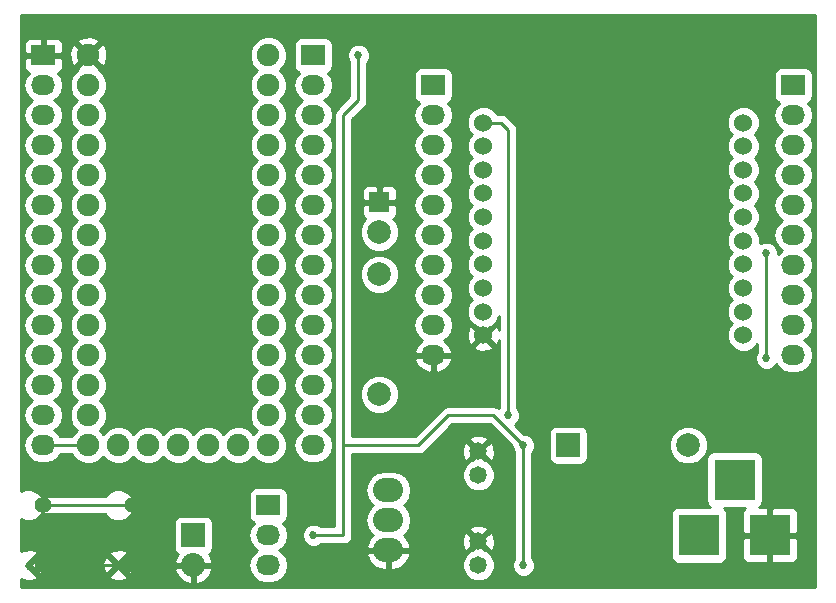
<source format=gbl>
G04 #@! TF.FileFunction,Copper,L2,Bot,Signal*
%FSLAX46Y46*%
G04 Gerber Fmt 4.6, Leading zero omitted, Abs format (unit mm)*
G04 Created by KiCad (PCBNEW (2015-05-10 BZR 5649)-product) date Thursday, May 21, 2015 'PMt' 11:43:20 PM*
%MOMM*%
G01*
G04 APERTURE LIST*
%ADD10C,0.100000*%
%ADD11C,1.480820*%
%ADD12R,3.500120X3.500120*%
%ADD13R,1.699260X1.699260*%
%ADD14C,1.998980*%
%ADD15R,1.998980X1.998980*%
%ADD16C,1.524000*%
%ADD17R,2.032000X2.032000*%
%ADD18O,2.032000X2.032000*%
%ADD19R,2.032000X1.727200*%
%ADD20O,2.032000X1.727200*%
%ADD21O,2.540000X2.032000*%
%ADD22C,1.397000*%
%ADD23C,1.900000*%
%ADD24C,0.685800*%
%ADD25C,0.250000*%
%ADD26C,0.254000*%
G04 APERTURE END LIST*
D10*
D11*
X168910000Y-172704760D03*
X168910000Y-170703240D03*
X168910000Y-165084760D03*
X168910000Y-163083240D03*
D12*
X187601860Y-170180000D03*
X193601340Y-170180000D03*
X190601600Y-165481000D03*
D13*
X160528000Y-141986000D03*
D14*
X160528000Y-144526000D03*
X186690000Y-162557460D03*
D15*
X176530000Y-162557460D03*
D16*
X169340000Y-135240000D03*
X169340000Y-137240000D03*
X169340000Y-141240000D03*
X169340000Y-139240000D03*
X169340000Y-145240000D03*
X169340000Y-147240000D03*
X169340000Y-149240000D03*
X169340000Y-151240000D03*
X169340000Y-153240000D03*
X191340000Y-153240000D03*
X191340000Y-151240000D03*
X191340000Y-149240000D03*
X191340000Y-147240000D03*
X191340000Y-145240000D03*
X191340000Y-143240000D03*
X191340000Y-141240000D03*
X191340000Y-139240000D03*
X191340000Y-137240000D03*
X191340000Y-135240000D03*
X169340000Y-143240000D03*
D17*
X144780000Y-170180000D03*
D18*
X144780000Y-172720000D03*
D19*
X151130000Y-167640000D03*
D20*
X151130000Y-170180000D03*
X151130000Y-172720000D03*
D19*
X165100000Y-132080000D03*
D20*
X165100000Y-134620000D03*
X165100000Y-137160000D03*
X165100000Y-139700000D03*
X165100000Y-142240000D03*
X165100000Y-144780000D03*
X165100000Y-147320000D03*
X165100000Y-149860000D03*
X165100000Y-152400000D03*
X165100000Y-154940000D03*
D19*
X195580000Y-132080000D03*
D20*
X195580000Y-134620000D03*
X195580000Y-137160000D03*
X195580000Y-139700000D03*
X195580000Y-142240000D03*
X195580000Y-144780000D03*
X195580000Y-147320000D03*
X195580000Y-149860000D03*
X195580000Y-152400000D03*
X195580000Y-154940000D03*
D19*
X132080000Y-129540000D03*
D20*
X132080000Y-132080000D03*
X132080000Y-134620000D03*
X132080000Y-137160000D03*
X132080000Y-139700000D03*
X132080000Y-142240000D03*
X132080000Y-144780000D03*
X132080000Y-147320000D03*
X132080000Y-149860000D03*
X132080000Y-152400000D03*
X132080000Y-154940000D03*
X132080000Y-157480000D03*
X132080000Y-160020000D03*
X132080000Y-162560000D03*
D19*
X154940000Y-129540000D03*
D20*
X154940000Y-132080000D03*
X154940000Y-134620000D03*
X154940000Y-137160000D03*
X154940000Y-139700000D03*
X154940000Y-142240000D03*
X154940000Y-144780000D03*
X154940000Y-147320000D03*
X154940000Y-149860000D03*
X154940000Y-152400000D03*
X154940000Y-154940000D03*
X154940000Y-157480000D03*
X154940000Y-160020000D03*
X154940000Y-162560000D03*
D21*
X161290000Y-168910000D03*
X161290000Y-171450000D03*
X161290000Y-166370000D03*
D14*
X160528000Y-158242000D03*
X160528000Y-148082000D03*
D22*
X139700000Y-167640000D03*
X139700000Y-172720000D03*
X132080000Y-167640000D03*
X132080000Y-172720000D03*
D23*
X148590000Y-162560000D03*
X146050000Y-162560000D03*
X143510000Y-162560000D03*
X140970000Y-162560000D03*
X138430000Y-162560000D03*
X135890000Y-132080000D03*
X135890000Y-134620000D03*
X135890000Y-137160000D03*
X135890000Y-139700000D03*
X135890000Y-142240000D03*
X135890000Y-144780000D03*
X135890000Y-147320000D03*
X135890000Y-149860000D03*
X135890000Y-152400000D03*
X135890000Y-154940000D03*
X135890000Y-157480000D03*
X135890000Y-160020000D03*
X135890000Y-162560000D03*
X151130000Y-162560000D03*
X151130000Y-160020000D03*
X151130000Y-157480000D03*
X151130000Y-154940000D03*
X151130000Y-152400000D03*
X151130000Y-149860000D03*
X151130000Y-147320000D03*
X151130000Y-144780000D03*
X151130000Y-142240000D03*
X151130000Y-139700000D03*
X151130000Y-137160000D03*
X151130000Y-134620000D03*
X151130000Y-132080000D03*
X151130000Y-129540000D03*
X135890000Y-129540000D03*
D24*
X154940000Y-170180000D03*
X158750000Y-129540000D03*
X172720000Y-162560000D03*
X172720000Y-172720000D03*
X159258000Y-138430000D03*
X137922000Y-128016000D03*
X140970000Y-171450000D03*
X165608000Y-170688000D03*
X184912000Y-173736000D03*
X174752000Y-165608000D03*
X171450000Y-160020000D03*
X193294000Y-146304000D03*
X193294000Y-155194000D03*
D25*
X158750000Y-129540000D02*
X158750000Y-133350000D01*
X158750000Y-133350000D02*
X157480000Y-134620000D01*
X157480000Y-162560000D02*
X157480000Y-170180000D01*
X157480000Y-134620000D02*
X157480000Y-162560000D01*
X157480000Y-170180000D02*
X154940000Y-170180000D01*
X163830000Y-162560000D02*
X166370000Y-160020000D01*
X166370000Y-160020000D02*
X170180000Y-160020000D01*
X170180000Y-160020000D02*
X172720000Y-162560000D01*
X157480000Y-162560000D02*
X163830000Y-162560000D01*
X172720000Y-162560000D02*
X172720000Y-172720000D01*
X132080000Y-172720000D02*
X139700000Y-172720000D01*
X170800000Y-135240000D02*
X171450000Y-135890000D01*
X171450000Y-135890000D02*
X171450000Y-160020000D01*
X169340000Y-135240000D02*
X170800000Y-135240000D01*
D26*
X193294000Y-155194000D02*
X193294000Y-146304000D01*
D25*
X132080000Y-162560000D02*
X135890000Y-162560000D01*
X132080000Y-167640000D02*
X139700000Y-167640000D01*
D26*
G36*
X197435000Y-174575000D02*
X197263345Y-174575000D01*
X197263345Y-154940000D01*
X197149271Y-154366511D01*
X196824415Y-153880330D01*
X196509634Y-153670000D01*
X196824415Y-153459670D01*
X197149271Y-152973489D01*
X197263345Y-152400000D01*
X197149271Y-151826511D01*
X196824415Y-151340330D01*
X196509634Y-151130000D01*
X196824415Y-150919670D01*
X197149271Y-150433489D01*
X197263345Y-149860000D01*
X197149271Y-149286511D01*
X196824415Y-148800330D01*
X196509634Y-148590000D01*
X196824415Y-148379670D01*
X197149271Y-147893489D01*
X197263345Y-147320000D01*
X197149271Y-146746511D01*
X196824415Y-146260330D01*
X196509634Y-146050000D01*
X196824415Y-145839670D01*
X197149271Y-145353489D01*
X197263345Y-144780000D01*
X197149271Y-144206511D01*
X196824415Y-143720330D01*
X196509634Y-143510000D01*
X196824415Y-143299670D01*
X197149271Y-142813489D01*
X197263345Y-142240000D01*
X197149271Y-141666511D01*
X196824415Y-141180330D01*
X196509634Y-140970000D01*
X196824415Y-140759670D01*
X197149271Y-140273489D01*
X197263345Y-139700000D01*
X197149271Y-139126511D01*
X196824415Y-138640330D01*
X196509634Y-138430000D01*
X196824415Y-138219670D01*
X197149271Y-137733489D01*
X197263345Y-137160000D01*
X197149271Y-136586511D01*
X196824415Y-136100330D01*
X196509634Y-135890000D01*
X196824415Y-135679670D01*
X197149271Y-135193489D01*
X197263345Y-134620000D01*
X197149271Y-134046511D01*
X196824415Y-133560330D01*
X196808632Y-133549784D01*
X196838123Y-133544063D01*
X197050927Y-133404273D01*
X197193377Y-133193240D01*
X197243440Y-132943600D01*
X197243440Y-131216400D01*
X197196463Y-130974277D01*
X197056673Y-130761473D01*
X196845640Y-130619023D01*
X196596000Y-130568960D01*
X194564000Y-130568960D01*
X194321877Y-130615937D01*
X194109073Y-130755727D01*
X193966623Y-130966760D01*
X193916560Y-131216400D01*
X193916560Y-132943600D01*
X193963537Y-133185723D01*
X194103327Y-133398527D01*
X194314360Y-133540977D01*
X194352962Y-133548718D01*
X194335585Y-133560330D01*
X194010729Y-134046511D01*
X193896655Y-134620000D01*
X194010729Y-135193489D01*
X194335585Y-135679670D01*
X194650365Y-135890000D01*
X194335585Y-136100330D01*
X194010729Y-136586511D01*
X193896655Y-137160000D01*
X194010729Y-137733489D01*
X194335585Y-138219670D01*
X194650365Y-138430000D01*
X194335585Y-138640330D01*
X194010729Y-139126511D01*
X193896655Y-139700000D01*
X194010729Y-140273489D01*
X194335585Y-140759670D01*
X194650365Y-140970000D01*
X194335585Y-141180330D01*
X194010729Y-141666511D01*
X193896655Y-142240000D01*
X194010729Y-142813489D01*
X194335585Y-143299670D01*
X194650365Y-143510000D01*
X194335585Y-143720330D01*
X194010729Y-144206511D01*
X193896655Y-144780000D01*
X194010729Y-145353489D01*
X194335585Y-145839670D01*
X194650365Y-146050000D01*
X194335585Y-146260330D01*
X194271855Y-146355708D01*
X194272069Y-146110337D01*
X194123507Y-145750788D01*
X193848659Y-145475460D01*
X193489370Y-145326270D01*
X193100337Y-145325931D01*
X192740788Y-145474493D01*
X192736792Y-145478481D01*
X192737242Y-144963339D01*
X192525010Y-144449697D01*
X192315657Y-144239978D01*
X192523629Y-144032370D01*
X192736757Y-143519100D01*
X192737242Y-142963339D01*
X192525010Y-142449697D01*
X192315657Y-142239978D01*
X192523629Y-142032370D01*
X192736757Y-141519100D01*
X192737242Y-140963339D01*
X192525010Y-140449697D01*
X192315657Y-140239978D01*
X192523629Y-140032370D01*
X192736757Y-139519100D01*
X192737242Y-138963339D01*
X192525010Y-138449697D01*
X192315657Y-138239978D01*
X192523629Y-138032370D01*
X192736757Y-137519100D01*
X192737242Y-136963339D01*
X192525010Y-136449697D01*
X192315657Y-136239978D01*
X192523629Y-136032370D01*
X192736757Y-135519100D01*
X192737242Y-134963339D01*
X192525010Y-134449697D01*
X192132370Y-134056371D01*
X191619100Y-133843243D01*
X191063339Y-133842758D01*
X190549697Y-134054990D01*
X190156371Y-134447630D01*
X189943243Y-134960900D01*
X189942758Y-135516661D01*
X190154990Y-136030303D01*
X190364342Y-136240021D01*
X190156371Y-136447630D01*
X189943243Y-136960900D01*
X189942758Y-137516661D01*
X190154990Y-138030303D01*
X190364342Y-138240021D01*
X190156371Y-138447630D01*
X189943243Y-138960900D01*
X189942758Y-139516661D01*
X190154990Y-140030303D01*
X190364342Y-140240021D01*
X190156371Y-140447630D01*
X189943243Y-140960900D01*
X189942758Y-141516661D01*
X190154990Y-142030303D01*
X190364342Y-142240021D01*
X190156371Y-142447630D01*
X189943243Y-142960900D01*
X189942758Y-143516661D01*
X190154990Y-144030303D01*
X190364342Y-144240021D01*
X190156371Y-144447630D01*
X189943243Y-144960900D01*
X189942758Y-145516661D01*
X190154990Y-146030303D01*
X190364342Y-146240021D01*
X190156371Y-146447630D01*
X189943243Y-146960900D01*
X189942758Y-147516661D01*
X190154990Y-148030303D01*
X190364342Y-148240021D01*
X190156371Y-148447630D01*
X189943243Y-148960900D01*
X189942758Y-149516661D01*
X190154990Y-150030303D01*
X190364342Y-150240021D01*
X190156371Y-150447630D01*
X189943243Y-150960900D01*
X189942758Y-151516661D01*
X190154990Y-152030303D01*
X190364342Y-152240021D01*
X190156371Y-152447630D01*
X189943243Y-152960900D01*
X189942758Y-153516661D01*
X190154990Y-154030303D01*
X190547630Y-154423629D01*
X191060900Y-154636757D01*
X191616661Y-154637242D01*
X192130303Y-154425010D01*
X192523629Y-154032370D01*
X192532000Y-154012210D01*
X192532000Y-154572917D01*
X192465460Y-154639341D01*
X192316270Y-154998630D01*
X192315931Y-155387663D01*
X192464493Y-155747212D01*
X192739341Y-156022540D01*
X193098630Y-156171730D01*
X193487663Y-156172069D01*
X193847212Y-156023507D01*
X194122540Y-155748659D01*
X194139911Y-155706824D01*
X194335585Y-155999670D01*
X194821766Y-156324526D01*
X195395255Y-156438600D01*
X195764745Y-156438600D01*
X196338234Y-156324526D01*
X196824415Y-155999670D01*
X197149271Y-155513489D01*
X197263345Y-154940000D01*
X197263345Y-174575000D01*
X195986400Y-174575000D01*
X195986400Y-172056370D01*
X195986400Y-171803751D01*
X195986400Y-170465750D01*
X195986400Y-169894250D01*
X195986400Y-168556249D01*
X195986400Y-168303630D01*
X195889727Y-168070241D01*
X195711098Y-167891613D01*
X195477709Y-167794940D01*
X193887090Y-167794940D01*
X193728340Y-167953690D01*
X193728340Y-170053000D01*
X195827650Y-170053000D01*
X195986400Y-169894250D01*
X195986400Y-170465750D01*
X195827650Y-170307000D01*
X193728340Y-170307000D01*
X193728340Y-172406310D01*
X193887090Y-172565060D01*
X195477709Y-172565060D01*
X195711098Y-172468387D01*
X195889727Y-172289759D01*
X195986400Y-172056370D01*
X195986400Y-174575000D01*
X193474340Y-174575000D01*
X193474340Y-172406310D01*
X193474340Y-170307000D01*
X193474340Y-170053000D01*
X193474340Y-167953690D01*
X193315590Y-167794940D01*
X192649473Y-167794940D01*
X192806587Y-167691733D01*
X192949037Y-167480700D01*
X192999100Y-167231060D01*
X192999100Y-163730940D01*
X192952123Y-163488817D01*
X192812333Y-163276013D01*
X192601300Y-163133563D01*
X192351660Y-163083500D01*
X188851540Y-163083500D01*
X188609417Y-163130477D01*
X188396613Y-163270267D01*
X188324774Y-163376693D01*
X188324774Y-162233766D01*
X188076462Y-161632805D01*
X187617073Y-161172614D01*
X187016547Y-160923254D01*
X186366306Y-160922686D01*
X185765345Y-161170998D01*
X185305154Y-161630387D01*
X185055794Y-162230913D01*
X185055226Y-162881154D01*
X185303538Y-163482115D01*
X185762927Y-163942306D01*
X186363453Y-164191666D01*
X187013694Y-164192234D01*
X187614655Y-163943922D01*
X188074846Y-163484533D01*
X188324206Y-162884007D01*
X188324774Y-162233766D01*
X188324774Y-163376693D01*
X188254163Y-163481300D01*
X188204100Y-163730940D01*
X188204100Y-167231060D01*
X188251077Y-167473183D01*
X188390867Y-167685987D01*
X188533846Y-167782500D01*
X185851800Y-167782500D01*
X185609677Y-167829477D01*
X185396873Y-167969267D01*
X185254423Y-168180300D01*
X185204360Y-168429940D01*
X185204360Y-171930060D01*
X185251337Y-172172183D01*
X185391127Y-172384987D01*
X185602160Y-172527437D01*
X185851800Y-172577500D01*
X189351920Y-172577500D01*
X189594043Y-172530523D01*
X189806847Y-172390733D01*
X189949297Y-172179700D01*
X189999360Y-171930060D01*
X189999360Y-168429940D01*
X189952383Y-168187817D01*
X189812593Y-167975013D01*
X189669613Y-167878500D01*
X191523239Y-167878500D01*
X191491582Y-167891613D01*
X191312953Y-168070241D01*
X191216280Y-168303630D01*
X191216280Y-168556249D01*
X191216280Y-169894250D01*
X191375030Y-170053000D01*
X193474340Y-170053000D01*
X193474340Y-170307000D01*
X191375030Y-170307000D01*
X191216280Y-170465750D01*
X191216280Y-171803751D01*
X191216280Y-172056370D01*
X191312953Y-172289759D01*
X191491582Y-172468387D01*
X191724971Y-172565060D01*
X193315590Y-172565060D01*
X193474340Y-172406310D01*
X193474340Y-174575000D01*
X178176930Y-174575000D01*
X178176930Y-163556950D01*
X178176930Y-161557970D01*
X178129953Y-161315847D01*
X177990163Y-161103043D01*
X177779130Y-160960593D01*
X177529490Y-160910530D01*
X175530510Y-160910530D01*
X175288387Y-160957507D01*
X175075583Y-161097297D01*
X174933133Y-161308330D01*
X174883070Y-161557970D01*
X174883070Y-163556950D01*
X174930047Y-163799073D01*
X175069837Y-164011877D01*
X175280870Y-164154327D01*
X175530510Y-164204390D01*
X177529490Y-164204390D01*
X177771613Y-164157413D01*
X177984417Y-164017623D01*
X178126867Y-163806590D01*
X178176930Y-163556950D01*
X178176930Y-174575000D01*
X173698069Y-174575000D01*
X173698069Y-172526337D01*
X173549507Y-172166788D01*
X173480000Y-172097159D01*
X173480000Y-163183079D01*
X173548540Y-163114659D01*
X173697730Y-162755370D01*
X173698069Y-162366337D01*
X173549507Y-162006788D01*
X173274659Y-161731460D01*
X172915370Y-161582270D01*
X172816986Y-161582184D01*
X172043795Y-160808993D01*
X172278540Y-160574659D01*
X172427730Y-160215370D01*
X172428069Y-159826337D01*
X172279507Y-159466788D01*
X172210000Y-159397159D01*
X172210000Y-135890000D01*
X172152148Y-135599161D01*
X171987401Y-135352599D01*
X171337401Y-134702599D01*
X171090839Y-134537852D01*
X170800000Y-134480000D01*
X170537530Y-134480000D01*
X170525010Y-134449697D01*
X170132370Y-134056371D01*
X169619100Y-133843243D01*
X169063339Y-133842758D01*
X168549697Y-134054990D01*
X168156371Y-134447630D01*
X167943243Y-134960900D01*
X167942758Y-135516661D01*
X168154990Y-136030303D01*
X168364342Y-136240021D01*
X168156371Y-136447630D01*
X167943243Y-136960900D01*
X167942758Y-137516661D01*
X168154990Y-138030303D01*
X168364342Y-138240021D01*
X168156371Y-138447630D01*
X167943243Y-138960900D01*
X167942758Y-139516661D01*
X168154990Y-140030303D01*
X168364342Y-140240021D01*
X168156371Y-140447630D01*
X167943243Y-140960900D01*
X167942758Y-141516661D01*
X168154990Y-142030303D01*
X168364342Y-142240021D01*
X168156371Y-142447630D01*
X167943243Y-142960900D01*
X167942758Y-143516661D01*
X168154990Y-144030303D01*
X168364342Y-144240021D01*
X168156371Y-144447630D01*
X167943243Y-144960900D01*
X167942758Y-145516661D01*
X168154990Y-146030303D01*
X168364342Y-146240021D01*
X168156371Y-146447630D01*
X167943243Y-146960900D01*
X167942758Y-147516661D01*
X168154990Y-148030303D01*
X168364342Y-148240021D01*
X168156371Y-148447630D01*
X167943243Y-148960900D01*
X167942758Y-149516661D01*
X168154990Y-150030303D01*
X168364342Y-150240021D01*
X168156371Y-150447630D01*
X167943243Y-150960900D01*
X167942758Y-151516661D01*
X168154990Y-152030303D01*
X168547630Y-152423629D01*
X168813726Y-152534121D01*
X169340000Y-153060395D01*
X169866302Y-152534092D01*
X170130303Y-152425010D01*
X170523629Y-152032370D01*
X170690000Y-151631703D01*
X170690000Y-152816917D01*
X170562397Y-152508857D01*
X170320213Y-152439392D01*
X169519605Y-153240000D01*
X170320213Y-154040608D01*
X170562397Y-153971143D01*
X170690000Y-153613476D01*
X170690000Y-159396920D01*
X170649572Y-159437277D01*
X170470839Y-159317852D01*
X170180000Y-159260000D01*
X170140608Y-159260000D01*
X170140608Y-154220213D01*
X169340000Y-153419605D01*
X169160395Y-153599210D01*
X169160395Y-153240000D01*
X168359787Y-152439392D01*
X168117603Y-152508857D01*
X167930856Y-153032302D01*
X167958638Y-153587368D01*
X168117603Y-153971143D01*
X168359787Y-154040608D01*
X169160395Y-153240000D01*
X169160395Y-153599210D01*
X168539392Y-154220213D01*
X168608857Y-154462397D01*
X169132302Y-154649144D01*
X169687368Y-154621362D01*
X170071143Y-154462397D01*
X170140608Y-154220213D01*
X170140608Y-159260000D01*
X166783345Y-159260000D01*
X166783345Y-152400000D01*
X166669271Y-151826511D01*
X166344415Y-151340330D01*
X166029634Y-151130000D01*
X166344415Y-150919670D01*
X166669271Y-150433489D01*
X166783345Y-149860000D01*
X166669271Y-149286511D01*
X166344415Y-148800330D01*
X166029634Y-148590000D01*
X166344415Y-148379670D01*
X166669271Y-147893489D01*
X166783345Y-147320000D01*
X166669271Y-146746511D01*
X166344415Y-146260330D01*
X166029634Y-146050000D01*
X166344415Y-145839670D01*
X166669271Y-145353489D01*
X166783345Y-144780000D01*
X166669271Y-144206511D01*
X166344415Y-143720330D01*
X166029634Y-143510000D01*
X166344415Y-143299670D01*
X166669271Y-142813489D01*
X166783345Y-142240000D01*
X166669271Y-141666511D01*
X166344415Y-141180330D01*
X166029634Y-140970000D01*
X166344415Y-140759670D01*
X166669271Y-140273489D01*
X166783345Y-139700000D01*
X166669271Y-139126511D01*
X166344415Y-138640330D01*
X166029634Y-138430000D01*
X166344415Y-138219670D01*
X166669271Y-137733489D01*
X166783345Y-137160000D01*
X166669271Y-136586511D01*
X166344415Y-136100330D01*
X166029634Y-135890000D01*
X166344415Y-135679670D01*
X166669271Y-135193489D01*
X166783345Y-134620000D01*
X166669271Y-134046511D01*
X166344415Y-133560330D01*
X166328632Y-133549784D01*
X166358123Y-133544063D01*
X166570927Y-133404273D01*
X166713377Y-133193240D01*
X166763440Y-132943600D01*
X166763440Y-131216400D01*
X166716463Y-130974277D01*
X166576673Y-130761473D01*
X166365640Y-130619023D01*
X166116000Y-130568960D01*
X164084000Y-130568960D01*
X163841877Y-130615937D01*
X163629073Y-130755727D01*
X163486623Y-130966760D01*
X163436560Y-131216400D01*
X163436560Y-132943600D01*
X163483537Y-133185723D01*
X163623327Y-133398527D01*
X163834360Y-133540977D01*
X163872962Y-133548718D01*
X163855585Y-133560330D01*
X163530729Y-134046511D01*
X163416655Y-134620000D01*
X163530729Y-135193489D01*
X163855585Y-135679670D01*
X164170365Y-135890000D01*
X163855585Y-136100330D01*
X163530729Y-136586511D01*
X163416655Y-137160000D01*
X163530729Y-137733489D01*
X163855585Y-138219670D01*
X164170365Y-138430000D01*
X163855585Y-138640330D01*
X163530729Y-139126511D01*
X163416655Y-139700000D01*
X163530729Y-140273489D01*
X163855585Y-140759670D01*
X164170365Y-140970000D01*
X163855585Y-141180330D01*
X163530729Y-141666511D01*
X163416655Y-142240000D01*
X163530729Y-142813489D01*
X163855585Y-143299670D01*
X164170365Y-143510000D01*
X163855585Y-143720330D01*
X163530729Y-144206511D01*
X163416655Y-144780000D01*
X163530729Y-145353489D01*
X163855585Y-145839670D01*
X164170365Y-146050000D01*
X163855585Y-146260330D01*
X163530729Y-146746511D01*
X163416655Y-147320000D01*
X163530729Y-147893489D01*
X163855585Y-148379670D01*
X164170365Y-148590000D01*
X163855585Y-148800330D01*
X163530729Y-149286511D01*
X163416655Y-149860000D01*
X163530729Y-150433489D01*
X163855585Y-150919670D01*
X164170365Y-151130000D01*
X163855585Y-151340330D01*
X163530729Y-151826511D01*
X163416655Y-152400000D01*
X163530729Y-152973489D01*
X163855585Y-153459670D01*
X164165069Y-153666460D01*
X163749268Y-154037964D01*
X163495291Y-154565209D01*
X163492642Y-154580974D01*
X163613783Y-154813000D01*
X164973000Y-154813000D01*
X164973000Y-154793000D01*
X165227000Y-154793000D01*
X165227000Y-154813000D01*
X166586217Y-154813000D01*
X166707358Y-154580974D01*
X166704709Y-154565209D01*
X166450732Y-154037964D01*
X166034930Y-153666460D01*
X166344415Y-153459670D01*
X166669271Y-152973489D01*
X166783345Y-152400000D01*
X166783345Y-159260000D01*
X166707358Y-159260000D01*
X166707358Y-155299026D01*
X166586217Y-155067000D01*
X165227000Y-155067000D01*
X165227000Y-156280924D01*
X165461913Y-156425184D01*
X166014320Y-156231954D01*
X166450732Y-155842036D01*
X166704709Y-155314791D01*
X166707358Y-155299026D01*
X166707358Y-159260000D01*
X166370000Y-159260000D01*
X166127413Y-159308253D01*
X166079160Y-159317852D01*
X165832599Y-159482599D01*
X164973000Y-160342198D01*
X164973000Y-156280924D01*
X164973000Y-155067000D01*
X163613783Y-155067000D01*
X163492642Y-155299026D01*
X163495291Y-155314791D01*
X163749268Y-155842036D01*
X164185680Y-156231954D01*
X164738087Y-156425184D01*
X164973000Y-156280924D01*
X164973000Y-160342198D01*
X163515198Y-161800000D01*
X162162774Y-161800000D01*
X162162774Y-157918306D01*
X162162774Y-147758306D01*
X162162774Y-144202306D01*
X161914462Y-143601345D01*
X161702055Y-143388567D01*
X161737328Y-143373957D01*
X161915957Y-143195329D01*
X162012630Y-142961940D01*
X162012630Y-142709321D01*
X162012630Y-142271750D01*
X162012630Y-141700250D01*
X162012630Y-141262679D01*
X162012630Y-141010060D01*
X161915957Y-140776671D01*
X161737328Y-140598043D01*
X161503939Y-140501370D01*
X160813750Y-140501370D01*
X160655000Y-140660120D01*
X160655000Y-141859000D01*
X161853880Y-141859000D01*
X162012630Y-141700250D01*
X162012630Y-142271750D01*
X161853880Y-142113000D01*
X160655000Y-142113000D01*
X160655000Y-142133000D01*
X160401000Y-142133000D01*
X160401000Y-142113000D01*
X160401000Y-141859000D01*
X160401000Y-140660120D01*
X160242250Y-140501370D01*
X159552061Y-140501370D01*
X159318672Y-140598043D01*
X159140043Y-140776671D01*
X159043370Y-141010060D01*
X159043370Y-141262679D01*
X159043370Y-141700250D01*
X159202120Y-141859000D01*
X160401000Y-141859000D01*
X160401000Y-142113000D01*
X159202120Y-142113000D01*
X159043370Y-142271750D01*
X159043370Y-142709321D01*
X159043370Y-142961940D01*
X159140043Y-143195329D01*
X159318672Y-143373957D01*
X159353899Y-143388548D01*
X159143154Y-143598927D01*
X158893794Y-144199453D01*
X158893226Y-144849694D01*
X159141538Y-145450655D01*
X159600927Y-145910846D01*
X160201453Y-146160206D01*
X160851694Y-146160774D01*
X161452655Y-145912462D01*
X161912846Y-145453073D01*
X162162206Y-144852547D01*
X162162774Y-144202306D01*
X162162774Y-147758306D01*
X161914462Y-147157345D01*
X161455073Y-146697154D01*
X160854547Y-146447794D01*
X160204306Y-146447226D01*
X159603345Y-146695538D01*
X159143154Y-147154927D01*
X158893794Y-147755453D01*
X158893226Y-148405694D01*
X159141538Y-149006655D01*
X159600927Y-149466846D01*
X160201453Y-149716206D01*
X160851694Y-149716774D01*
X161452655Y-149468462D01*
X161912846Y-149009073D01*
X162162206Y-148408547D01*
X162162774Y-147758306D01*
X162162774Y-157918306D01*
X161914462Y-157317345D01*
X161455073Y-156857154D01*
X160854547Y-156607794D01*
X160204306Y-156607226D01*
X159603345Y-156855538D01*
X159143154Y-157314927D01*
X158893794Y-157915453D01*
X158893226Y-158565694D01*
X159141538Y-159166655D01*
X159600927Y-159626846D01*
X160201453Y-159876206D01*
X160851694Y-159876774D01*
X161452655Y-159628462D01*
X161912846Y-159169073D01*
X162162206Y-158568547D01*
X162162774Y-157918306D01*
X162162774Y-161800000D01*
X158240000Y-161800000D01*
X158240000Y-134934802D01*
X159287401Y-133887401D01*
X159452148Y-133640840D01*
X159452148Y-133640839D01*
X159510000Y-133350000D01*
X159510000Y-130163079D01*
X159578540Y-130094659D01*
X159727730Y-129735370D01*
X159728069Y-129346337D01*
X159579507Y-128986788D01*
X159304659Y-128711460D01*
X158945370Y-128562270D01*
X158556337Y-128561931D01*
X158196788Y-128710493D01*
X157921460Y-128985341D01*
X157772270Y-129344630D01*
X157771931Y-129733663D01*
X157920493Y-130093212D01*
X157990000Y-130162840D01*
X157990000Y-133035198D01*
X156942599Y-134082599D01*
X156777852Y-134329161D01*
X156720000Y-134620000D01*
X156720000Y-162560000D01*
X156720000Y-169420000D01*
X156623345Y-169420000D01*
X156623345Y-162560000D01*
X156509271Y-161986511D01*
X156184415Y-161500330D01*
X155869634Y-161290000D01*
X156184415Y-161079670D01*
X156509271Y-160593489D01*
X156623345Y-160020000D01*
X156509271Y-159446511D01*
X156184415Y-158960330D01*
X155869634Y-158750000D01*
X156184415Y-158539670D01*
X156509271Y-158053489D01*
X156623345Y-157480000D01*
X156509271Y-156906511D01*
X156184415Y-156420330D01*
X155869634Y-156210000D01*
X156184415Y-155999670D01*
X156509271Y-155513489D01*
X156623345Y-154940000D01*
X156509271Y-154366511D01*
X156184415Y-153880330D01*
X155869634Y-153670000D01*
X156184415Y-153459670D01*
X156509271Y-152973489D01*
X156623345Y-152400000D01*
X156509271Y-151826511D01*
X156184415Y-151340330D01*
X155869634Y-151130000D01*
X156184415Y-150919670D01*
X156509271Y-150433489D01*
X156623345Y-149860000D01*
X156509271Y-149286511D01*
X156184415Y-148800330D01*
X155869634Y-148590000D01*
X156184415Y-148379670D01*
X156509271Y-147893489D01*
X156623345Y-147320000D01*
X156509271Y-146746511D01*
X156184415Y-146260330D01*
X155869634Y-146050000D01*
X156184415Y-145839670D01*
X156509271Y-145353489D01*
X156623345Y-144780000D01*
X156509271Y-144206511D01*
X156184415Y-143720330D01*
X155869634Y-143510000D01*
X156184415Y-143299670D01*
X156509271Y-142813489D01*
X156623345Y-142240000D01*
X156509271Y-141666511D01*
X156184415Y-141180330D01*
X155869634Y-140970000D01*
X156184415Y-140759670D01*
X156509271Y-140273489D01*
X156623345Y-139700000D01*
X156509271Y-139126511D01*
X156184415Y-138640330D01*
X155869634Y-138430000D01*
X156184415Y-138219670D01*
X156509271Y-137733489D01*
X156623345Y-137160000D01*
X156509271Y-136586511D01*
X156184415Y-136100330D01*
X155869634Y-135890000D01*
X156184415Y-135679670D01*
X156509271Y-135193489D01*
X156623345Y-134620000D01*
X156509271Y-134046511D01*
X156184415Y-133560330D01*
X155869634Y-133350000D01*
X156184415Y-133139670D01*
X156509271Y-132653489D01*
X156623345Y-132080000D01*
X156509271Y-131506511D01*
X156184415Y-131020330D01*
X156168632Y-131009784D01*
X156198123Y-131004063D01*
X156410927Y-130864273D01*
X156553377Y-130653240D01*
X156603440Y-130403600D01*
X156603440Y-128676400D01*
X156556463Y-128434277D01*
X156416673Y-128221473D01*
X156205640Y-128079023D01*
X155956000Y-128028960D01*
X153924000Y-128028960D01*
X153681877Y-128075937D01*
X153469073Y-128215727D01*
X153326623Y-128426760D01*
X153276560Y-128676400D01*
X153276560Y-130403600D01*
X153323537Y-130645723D01*
X153463327Y-130858527D01*
X153674360Y-131000977D01*
X153712962Y-131008718D01*
X153695585Y-131020330D01*
X153370729Y-131506511D01*
X153256655Y-132080000D01*
X153370729Y-132653489D01*
X153695585Y-133139670D01*
X154010365Y-133350000D01*
X153695585Y-133560330D01*
X153370729Y-134046511D01*
X153256655Y-134620000D01*
X153370729Y-135193489D01*
X153695585Y-135679670D01*
X154010365Y-135890000D01*
X153695585Y-136100330D01*
X153370729Y-136586511D01*
X153256655Y-137160000D01*
X153370729Y-137733489D01*
X153695585Y-138219670D01*
X154010365Y-138430000D01*
X153695585Y-138640330D01*
X153370729Y-139126511D01*
X153256655Y-139700000D01*
X153370729Y-140273489D01*
X153695585Y-140759670D01*
X154010365Y-140970000D01*
X153695585Y-141180330D01*
X153370729Y-141666511D01*
X153256655Y-142240000D01*
X153370729Y-142813489D01*
X153695585Y-143299670D01*
X154010365Y-143510000D01*
X153695585Y-143720330D01*
X153370729Y-144206511D01*
X153256655Y-144780000D01*
X153370729Y-145353489D01*
X153695585Y-145839670D01*
X154010365Y-146050000D01*
X153695585Y-146260330D01*
X153370729Y-146746511D01*
X153256655Y-147320000D01*
X153370729Y-147893489D01*
X153695585Y-148379670D01*
X154010365Y-148590000D01*
X153695585Y-148800330D01*
X153370729Y-149286511D01*
X153256655Y-149860000D01*
X153370729Y-150433489D01*
X153695585Y-150919670D01*
X154010365Y-151130000D01*
X153695585Y-151340330D01*
X153370729Y-151826511D01*
X153256655Y-152400000D01*
X153370729Y-152973489D01*
X153695585Y-153459670D01*
X154010365Y-153670000D01*
X153695585Y-153880330D01*
X153370729Y-154366511D01*
X153256655Y-154940000D01*
X153370729Y-155513489D01*
X153695585Y-155999670D01*
X154010365Y-156210000D01*
X153695585Y-156420330D01*
X153370729Y-156906511D01*
X153256655Y-157480000D01*
X153370729Y-158053489D01*
X153695585Y-158539670D01*
X154010365Y-158750000D01*
X153695585Y-158960330D01*
X153370729Y-159446511D01*
X153256655Y-160020000D01*
X153370729Y-160593489D01*
X153695585Y-161079670D01*
X154010365Y-161290000D01*
X153695585Y-161500330D01*
X153370729Y-161986511D01*
X153256655Y-162560000D01*
X153370729Y-163133489D01*
X153695585Y-163619670D01*
X154181766Y-163944526D01*
X154755255Y-164058600D01*
X155124745Y-164058600D01*
X155698234Y-163944526D01*
X156184415Y-163619670D01*
X156509271Y-163133489D01*
X156623345Y-162560000D01*
X156623345Y-169420000D01*
X155563079Y-169420000D01*
X155494659Y-169351460D01*
X155135370Y-169202270D01*
X154746337Y-169201931D01*
X154386788Y-169350493D01*
X154111460Y-169625341D01*
X153962270Y-169984630D01*
X153961931Y-170373663D01*
X154110493Y-170733212D01*
X154385341Y-171008540D01*
X154744630Y-171157730D01*
X155133663Y-171158069D01*
X155493212Y-171009507D01*
X155562840Y-170940000D01*
X157480000Y-170940000D01*
X157770839Y-170882148D01*
X158017401Y-170717401D01*
X158182148Y-170470839D01*
X158240000Y-170180000D01*
X158240000Y-163320000D01*
X163830000Y-163320000D01*
X164120839Y-163262148D01*
X164367401Y-163097401D01*
X166684802Y-160780000D01*
X169865198Y-160780000D01*
X171742015Y-162656817D01*
X171741931Y-162753663D01*
X171890493Y-163113212D01*
X171960000Y-163182840D01*
X171960000Y-172096920D01*
X171891460Y-172165341D01*
X171742270Y-172524630D01*
X171741931Y-172913663D01*
X171890493Y-173273212D01*
X172165341Y-173548540D01*
X172524630Y-173697730D01*
X172913663Y-173698069D01*
X173273212Y-173549507D01*
X173548540Y-173274659D01*
X173697730Y-172915370D01*
X173698069Y-172526337D01*
X173698069Y-174575000D01*
X170297652Y-174575000D01*
X170297652Y-170905777D01*
X170297652Y-163285777D01*
X170269531Y-162739328D01*
X170114516Y-162365089D01*
X169874567Y-162298278D01*
X169694962Y-162477883D01*
X169694962Y-162118673D01*
X169628151Y-161878724D01*
X169112537Y-161695588D01*
X168566088Y-161723709D01*
X168191849Y-161878724D01*
X168125038Y-162118673D01*
X168910000Y-162903635D01*
X169694962Y-162118673D01*
X169694962Y-162477883D01*
X169089605Y-163083240D01*
X169874567Y-163868202D01*
X170114516Y-163801391D01*
X170297652Y-163285777D01*
X170297652Y-170905777D01*
X170285648Y-170672514D01*
X170285648Y-164812374D01*
X170076696Y-164306671D01*
X169690124Y-163919424D01*
X169478850Y-163831695D01*
X168910000Y-163262845D01*
X168730395Y-163442449D01*
X168730395Y-163083240D01*
X167945433Y-162298278D01*
X167705484Y-162365089D01*
X167522348Y-162880703D01*
X167550469Y-163427152D01*
X167705484Y-163801391D01*
X167945433Y-163868202D01*
X168730395Y-163083240D01*
X168730395Y-163442449D01*
X168341297Y-163831547D01*
X168131911Y-163918064D01*
X167744664Y-164304636D01*
X167534829Y-164809974D01*
X167534352Y-165357146D01*
X167743304Y-165862849D01*
X168129876Y-166250096D01*
X168635214Y-166459931D01*
X169182386Y-166460408D01*
X169688089Y-166251456D01*
X170075336Y-165864884D01*
X170285171Y-165359546D01*
X170285648Y-164812374D01*
X170285648Y-170672514D01*
X170269531Y-170359328D01*
X170114516Y-169985089D01*
X169874567Y-169918278D01*
X169694962Y-170097883D01*
X169694962Y-169738673D01*
X169628151Y-169498724D01*
X169112537Y-169315588D01*
X168566088Y-169343709D01*
X168191849Y-169498724D01*
X168125038Y-169738673D01*
X168910000Y-170523635D01*
X169694962Y-169738673D01*
X169694962Y-170097883D01*
X169089605Y-170703240D01*
X169874567Y-171488202D01*
X170114516Y-171421391D01*
X170297652Y-170905777D01*
X170297652Y-174575000D01*
X170285648Y-174575000D01*
X170285648Y-172432374D01*
X170076696Y-171926671D01*
X169690124Y-171539424D01*
X169478850Y-171451695D01*
X168910000Y-170882845D01*
X168730395Y-171062449D01*
X168730395Y-170703240D01*
X167945433Y-169918278D01*
X167705484Y-169985089D01*
X167522348Y-170500703D01*
X167550469Y-171047152D01*
X167705484Y-171421391D01*
X167945433Y-171488202D01*
X168730395Y-170703240D01*
X168730395Y-171062449D01*
X168341297Y-171451547D01*
X168131911Y-171538064D01*
X167744664Y-171924636D01*
X167534829Y-172429974D01*
X167534352Y-172977146D01*
X167743304Y-173482849D01*
X168129876Y-173870096D01*
X168635214Y-174079931D01*
X169182386Y-174080408D01*
X169688089Y-173871456D01*
X170075336Y-173484884D01*
X170285171Y-172979546D01*
X170285648Y-172432374D01*
X170285648Y-174575000D01*
X163232321Y-174575000D01*
X163232321Y-168910000D01*
X163106646Y-168278190D01*
X162748754Y-167742567D01*
X162595251Y-167640000D01*
X162748754Y-167537433D01*
X163106646Y-167001810D01*
X163232321Y-166370000D01*
X163106646Y-165738190D01*
X162748754Y-165202567D01*
X162213131Y-164844675D01*
X161581321Y-164719000D01*
X160998679Y-164719000D01*
X160366869Y-164844675D01*
X159831246Y-165202567D01*
X159473354Y-165738190D01*
X159347679Y-166370000D01*
X159473354Y-167001810D01*
X159831246Y-167537433D01*
X159984748Y-167640000D01*
X159831246Y-167742567D01*
X159473354Y-168278190D01*
X159347679Y-168910000D01*
X159473354Y-169541810D01*
X159831246Y-170077433D01*
X160005781Y-170194053D01*
X159778764Y-170372370D01*
X159462074Y-170935523D01*
X159430025Y-171067056D01*
X159549164Y-171323000D01*
X161163000Y-171323000D01*
X161163000Y-171303000D01*
X161417000Y-171303000D01*
X161417000Y-171323000D01*
X163030836Y-171323000D01*
X163149975Y-171067056D01*
X163117926Y-170935523D01*
X162801236Y-170372370D01*
X162574218Y-170194053D01*
X162748754Y-170077433D01*
X163106646Y-169541810D01*
X163232321Y-168910000D01*
X163232321Y-174575000D01*
X163149975Y-174575000D01*
X163149975Y-171832944D01*
X163030836Y-171577000D01*
X161417000Y-171577000D01*
X161417000Y-173101000D01*
X161671000Y-173101000D01*
X162293143Y-172926724D01*
X162801236Y-172527630D01*
X163117926Y-171964477D01*
X163149975Y-171832944D01*
X163149975Y-174575000D01*
X161163000Y-174575000D01*
X161163000Y-173101000D01*
X161163000Y-171577000D01*
X159549164Y-171577000D01*
X159430025Y-171832944D01*
X159462074Y-171964477D01*
X159778764Y-172527630D01*
X160286857Y-172926724D01*
X160909000Y-173101000D01*
X161163000Y-173101000D01*
X161163000Y-174575000D01*
X152813345Y-174575000D01*
X152813345Y-172720000D01*
X152699271Y-172146511D01*
X152374415Y-171660330D01*
X152059634Y-171450000D01*
X152374415Y-171239670D01*
X152699271Y-170753489D01*
X152813345Y-170180000D01*
X152699271Y-169606511D01*
X152374415Y-169120330D01*
X152358632Y-169109784D01*
X152388123Y-169104063D01*
X152600927Y-168964273D01*
X152743377Y-168753240D01*
X152793440Y-168503600D01*
X152793440Y-166776400D01*
X152746463Y-166534277D01*
X152715275Y-166486799D01*
X152715275Y-162246107D01*
X152474481Y-161663343D01*
X152101529Y-161289739D01*
X152472914Y-160919003D01*
X152714724Y-160336659D01*
X152715275Y-159706107D01*
X152474481Y-159123343D01*
X152101529Y-158749739D01*
X152472914Y-158379003D01*
X152714724Y-157796659D01*
X152715275Y-157166107D01*
X152474481Y-156583343D01*
X152101529Y-156209739D01*
X152472914Y-155839003D01*
X152714724Y-155256659D01*
X152715275Y-154626107D01*
X152474481Y-154043343D01*
X152101529Y-153669739D01*
X152472914Y-153299003D01*
X152714724Y-152716659D01*
X152715275Y-152086107D01*
X152474481Y-151503343D01*
X152101529Y-151129739D01*
X152472914Y-150759003D01*
X152714724Y-150176659D01*
X152715275Y-149546107D01*
X152474481Y-148963343D01*
X152101529Y-148589739D01*
X152472914Y-148219003D01*
X152714724Y-147636659D01*
X152715275Y-147006107D01*
X152474481Y-146423343D01*
X152101529Y-146049739D01*
X152472914Y-145679003D01*
X152714724Y-145096659D01*
X152715275Y-144466107D01*
X152474481Y-143883343D01*
X152101529Y-143509739D01*
X152472914Y-143139003D01*
X152714724Y-142556659D01*
X152715275Y-141926107D01*
X152474481Y-141343343D01*
X152101529Y-140969739D01*
X152472914Y-140599003D01*
X152714724Y-140016659D01*
X152715275Y-139386107D01*
X152474481Y-138803343D01*
X152101529Y-138429739D01*
X152472914Y-138059003D01*
X152714724Y-137476659D01*
X152715275Y-136846107D01*
X152474481Y-136263343D01*
X152101529Y-135889739D01*
X152472914Y-135519003D01*
X152714724Y-134936659D01*
X152715275Y-134306107D01*
X152474481Y-133723343D01*
X152101529Y-133349739D01*
X152472914Y-132979003D01*
X152714724Y-132396659D01*
X152715275Y-131766107D01*
X152474481Y-131183343D01*
X152101529Y-130809739D01*
X152472914Y-130439003D01*
X152714724Y-129856659D01*
X152715275Y-129226107D01*
X152474481Y-128643343D01*
X152029003Y-128197086D01*
X151446659Y-127955276D01*
X150816107Y-127954725D01*
X150233343Y-128195519D01*
X149787086Y-128640997D01*
X149545276Y-129223341D01*
X149544725Y-129853893D01*
X149785519Y-130436657D01*
X150158470Y-130810260D01*
X149787086Y-131180997D01*
X149545276Y-131763341D01*
X149544725Y-132393893D01*
X149785519Y-132976657D01*
X150158470Y-133350260D01*
X149787086Y-133720997D01*
X149545276Y-134303341D01*
X149544725Y-134933893D01*
X149785519Y-135516657D01*
X150158470Y-135890260D01*
X149787086Y-136260997D01*
X149545276Y-136843341D01*
X149544725Y-137473893D01*
X149785519Y-138056657D01*
X150158470Y-138430260D01*
X149787086Y-138800997D01*
X149545276Y-139383341D01*
X149544725Y-140013893D01*
X149785519Y-140596657D01*
X150158470Y-140970260D01*
X149787086Y-141340997D01*
X149545276Y-141923341D01*
X149544725Y-142553893D01*
X149785519Y-143136657D01*
X150158470Y-143510260D01*
X149787086Y-143880997D01*
X149545276Y-144463341D01*
X149544725Y-145093893D01*
X149785519Y-145676657D01*
X150158470Y-146050260D01*
X149787086Y-146420997D01*
X149545276Y-147003341D01*
X149544725Y-147633893D01*
X149785519Y-148216657D01*
X150158470Y-148590260D01*
X149787086Y-148960997D01*
X149545276Y-149543341D01*
X149544725Y-150173893D01*
X149785519Y-150756657D01*
X150158470Y-151130260D01*
X149787086Y-151500997D01*
X149545276Y-152083341D01*
X149544725Y-152713893D01*
X149785519Y-153296657D01*
X150158470Y-153670260D01*
X149787086Y-154040997D01*
X149545276Y-154623341D01*
X149544725Y-155253893D01*
X149785519Y-155836657D01*
X150158470Y-156210260D01*
X149787086Y-156580997D01*
X149545276Y-157163341D01*
X149544725Y-157793893D01*
X149785519Y-158376657D01*
X150158470Y-158750260D01*
X149787086Y-159120997D01*
X149545276Y-159703341D01*
X149544725Y-160333893D01*
X149785519Y-160916657D01*
X150158470Y-161290260D01*
X149859739Y-161588470D01*
X149489003Y-161217086D01*
X148906659Y-160975276D01*
X148276107Y-160974725D01*
X147693343Y-161215519D01*
X147319739Y-161588470D01*
X146949003Y-161217086D01*
X146366659Y-160975276D01*
X145736107Y-160974725D01*
X145153343Y-161215519D01*
X144779739Y-161588470D01*
X144409003Y-161217086D01*
X143826659Y-160975276D01*
X143196107Y-160974725D01*
X142613343Y-161215519D01*
X142239739Y-161588470D01*
X141869003Y-161217086D01*
X141286659Y-160975276D01*
X140656107Y-160974725D01*
X140073343Y-161215519D01*
X139699739Y-161588470D01*
X139329003Y-161217086D01*
X138746659Y-160975276D01*
X138116107Y-160974725D01*
X137533343Y-161215519D01*
X137486188Y-161262591D01*
X137486188Y-129792602D01*
X137461352Y-129162539D01*
X137268019Y-128695792D01*
X137006350Y-128603255D01*
X136826745Y-128782860D01*
X136826745Y-128423650D01*
X136734208Y-128161981D01*
X136142602Y-127943812D01*
X135512539Y-127968648D01*
X135045792Y-128161981D01*
X134953255Y-128423650D01*
X135890000Y-129360395D01*
X136826745Y-128423650D01*
X136826745Y-128782860D01*
X136069605Y-129540000D01*
X137006350Y-130476745D01*
X137268019Y-130384208D01*
X137486188Y-129792602D01*
X137486188Y-161262591D01*
X137159739Y-161588470D01*
X136861529Y-161289739D01*
X137232914Y-160919003D01*
X137474724Y-160336659D01*
X137475275Y-159706107D01*
X137234481Y-159123343D01*
X136861529Y-158749739D01*
X137232914Y-158379003D01*
X137474724Y-157796659D01*
X137475275Y-157166107D01*
X137234481Y-156583343D01*
X136861529Y-156209739D01*
X137232914Y-155839003D01*
X137474724Y-155256659D01*
X137475275Y-154626107D01*
X137234481Y-154043343D01*
X136861529Y-153669739D01*
X137232914Y-153299003D01*
X137474724Y-152716659D01*
X137475275Y-152086107D01*
X137234481Y-151503343D01*
X136861529Y-151129739D01*
X137232914Y-150759003D01*
X137474724Y-150176659D01*
X137475275Y-149546107D01*
X137234481Y-148963343D01*
X136861529Y-148589739D01*
X137232914Y-148219003D01*
X137474724Y-147636659D01*
X137475275Y-147006107D01*
X137234481Y-146423343D01*
X136861529Y-146049739D01*
X137232914Y-145679003D01*
X137474724Y-145096659D01*
X137475275Y-144466107D01*
X137234481Y-143883343D01*
X136861529Y-143509739D01*
X137232914Y-143139003D01*
X137474724Y-142556659D01*
X137475275Y-141926107D01*
X137234481Y-141343343D01*
X136861529Y-140969739D01*
X137232914Y-140599003D01*
X137474724Y-140016659D01*
X137475275Y-139386107D01*
X137234481Y-138803343D01*
X136861529Y-138429739D01*
X137232914Y-138059003D01*
X137474724Y-137476659D01*
X137475275Y-136846107D01*
X137234481Y-136263343D01*
X136861529Y-135889739D01*
X137232914Y-135519003D01*
X137474724Y-134936659D01*
X137475275Y-134306107D01*
X137234481Y-133723343D01*
X136861529Y-133349739D01*
X137232914Y-132979003D01*
X137474724Y-132396659D01*
X137475275Y-131766107D01*
X137234481Y-131183343D01*
X136795789Y-130743884D01*
X136826745Y-130656350D01*
X135890000Y-129719605D01*
X135710395Y-129899210D01*
X135710395Y-129540000D01*
X134773650Y-128603255D01*
X134511981Y-128695792D01*
X134293812Y-129287398D01*
X134318648Y-129917461D01*
X134511981Y-130384208D01*
X134773650Y-130476745D01*
X135710395Y-129540000D01*
X135710395Y-129899210D01*
X134953255Y-130656350D01*
X134984407Y-130744439D01*
X134547086Y-131180997D01*
X134305276Y-131763341D01*
X134304725Y-132393893D01*
X134545519Y-132976657D01*
X134918470Y-133350260D01*
X134547086Y-133720997D01*
X134305276Y-134303341D01*
X134304725Y-134933893D01*
X134545519Y-135516657D01*
X134918470Y-135890260D01*
X134547086Y-136260997D01*
X134305276Y-136843341D01*
X134304725Y-137473893D01*
X134545519Y-138056657D01*
X134918470Y-138430260D01*
X134547086Y-138800997D01*
X134305276Y-139383341D01*
X134304725Y-140013893D01*
X134545519Y-140596657D01*
X134918470Y-140970260D01*
X134547086Y-141340997D01*
X134305276Y-141923341D01*
X134304725Y-142553893D01*
X134545519Y-143136657D01*
X134918470Y-143510260D01*
X134547086Y-143880997D01*
X134305276Y-144463341D01*
X134304725Y-145093893D01*
X134545519Y-145676657D01*
X134918470Y-146050260D01*
X134547086Y-146420997D01*
X134305276Y-147003341D01*
X134304725Y-147633893D01*
X134545519Y-148216657D01*
X134918470Y-148590260D01*
X134547086Y-148960997D01*
X134305276Y-149543341D01*
X134304725Y-150173893D01*
X134545519Y-150756657D01*
X134918470Y-151130260D01*
X134547086Y-151500997D01*
X134305276Y-152083341D01*
X134304725Y-152713893D01*
X134545519Y-153296657D01*
X134918470Y-153670260D01*
X134547086Y-154040997D01*
X134305276Y-154623341D01*
X134304725Y-155253893D01*
X134545519Y-155836657D01*
X134918470Y-156210260D01*
X134547086Y-156580997D01*
X134305276Y-157163341D01*
X134304725Y-157793893D01*
X134545519Y-158376657D01*
X134918470Y-158750260D01*
X134547086Y-159120997D01*
X134305276Y-159703341D01*
X134304725Y-160333893D01*
X134545519Y-160916657D01*
X134918470Y-161290260D01*
X134547086Y-161660997D01*
X134489366Y-161800000D01*
X133524648Y-161800000D01*
X133324415Y-161500330D01*
X133009634Y-161290000D01*
X133324415Y-161079670D01*
X133649271Y-160593489D01*
X133763345Y-160020000D01*
X133649271Y-159446511D01*
X133324415Y-158960330D01*
X133009634Y-158750000D01*
X133324415Y-158539670D01*
X133649271Y-158053489D01*
X133763345Y-157480000D01*
X133649271Y-156906511D01*
X133324415Y-156420330D01*
X133009634Y-156210000D01*
X133324415Y-155999670D01*
X133649271Y-155513489D01*
X133763345Y-154940000D01*
X133649271Y-154366511D01*
X133324415Y-153880330D01*
X133009634Y-153670000D01*
X133324415Y-153459670D01*
X133649271Y-152973489D01*
X133763345Y-152400000D01*
X133649271Y-151826511D01*
X133324415Y-151340330D01*
X133009634Y-151130000D01*
X133324415Y-150919670D01*
X133649271Y-150433489D01*
X133763345Y-149860000D01*
X133649271Y-149286511D01*
X133324415Y-148800330D01*
X133009634Y-148590000D01*
X133324415Y-148379670D01*
X133649271Y-147893489D01*
X133763345Y-147320000D01*
X133649271Y-146746511D01*
X133324415Y-146260330D01*
X133009634Y-146050000D01*
X133324415Y-145839670D01*
X133649271Y-145353489D01*
X133763345Y-144780000D01*
X133649271Y-144206511D01*
X133324415Y-143720330D01*
X133009634Y-143510000D01*
X133324415Y-143299670D01*
X133649271Y-142813489D01*
X133763345Y-142240000D01*
X133649271Y-141666511D01*
X133324415Y-141180330D01*
X133009634Y-140970000D01*
X133324415Y-140759670D01*
X133649271Y-140273489D01*
X133763345Y-139700000D01*
X133649271Y-139126511D01*
X133324415Y-138640330D01*
X133009634Y-138430000D01*
X133324415Y-138219670D01*
X133649271Y-137733489D01*
X133763345Y-137160000D01*
X133649271Y-136586511D01*
X133324415Y-136100330D01*
X133009634Y-135890000D01*
X133324415Y-135679670D01*
X133649271Y-135193489D01*
X133763345Y-134620000D01*
X133649271Y-134046511D01*
X133324415Y-133560330D01*
X133009634Y-133350000D01*
X133324415Y-133139670D01*
X133649271Y-132653489D01*
X133763345Y-132080000D01*
X133649271Y-131506511D01*
X133324415Y-131020330D01*
X133302219Y-131005499D01*
X133455698Y-130941927D01*
X133634327Y-130763299D01*
X133731000Y-130529910D01*
X133731000Y-130277291D01*
X133731000Y-129825750D01*
X133731000Y-129254250D01*
X133731000Y-128802709D01*
X133731000Y-128550090D01*
X133634327Y-128316701D01*
X133455698Y-128138073D01*
X133222309Y-128041400D01*
X132365750Y-128041400D01*
X132207000Y-128200150D01*
X132207000Y-129413000D01*
X133572250Y-129413000D01*
X133731000Y-129254250D01*
X133731000Y-129825750D01*
X133572250Y-129667000D01*
X132207000Y-129667000D01*
X132207000Y-129687000D01*
X131953000Y-129687000D01*
X131953000Y-129667000D01*
X131953000Y-129413000D01*
X131953000Y-128200150D01*
X131794250Y-128041400D01*
X130937691Y-128041400D01*
X130704302Y-128138073D01*
X130525673Y-128316701D01*
X130429000Y-128550090D01*
X130429000Y-128802709D01*
X130429000Y-129254250D01*
X130587750Y-129413000D01*
X131953000Y-129413000D01*
X131953000Y-129667000D01*
X130587750Y-129667000D01*
X130429000Y-129825750D01*
X130429000Y-130277291D01*
X130429000Y-130529910D01*
X130525673Y-130763299D01*
X130704302Y-130941927D01*
X130857780Y-131005499D01*
X130835585Y-131020330D01*
X130510729Y-131506511D01*
X130396655Y-132080000D01*
X130510729Y-132653489D01*
X130835585Y-133139670D01*
X131150365Y-133350000D01*
X130835585Y-133560330D01*
X130510729Y-134046511D01*
X130396655Y-134620000D01*
X130510729Y-135193489D01*
X130835585Y-135679670D01*
X131150365Y-135890000D01*
X130835585Y-136100330D01*
X130510729Y-136586511D01*
X130396655Y-137160000D01*
X130510729Y-137733489D01*
X130835585Y-138219670D01*
X131150365Y-138430000D01*
X130835585Y-138640330D01*
X130510729Y-139126511D01*
X130396655Y-139700000D01*
X130510729Y-140273489D01*
X130835585Y-140759670D01*
X131150365Y-140970000D01*
X130835585Y-141180330D01*
X130510729Y-141666511D01*
X130396655Y-142240000D01*
X130510729Y-142813489D01*
X130835585Y-143299670D01*
X131150365Y-143510000D01*
X130835585Y-143720330D01*
X130510729Y-144206511D01*
X130396655Y-144780000D01*
X130510729Y-145353489D01*
X130835585Y-145839670D01*
X131150365Y-146050000D01*
X130835585Y-146260330D01*
X130510729Y-146746511D01*
X130396655Y-147320000D01*
X130510729Y-147893489D01*
X130835585Y-148379670D01*
X131150365Y-148590000D01*
X130835585Y-148800330D01*
X130510729Y-149286511D01*
X130396655Y-149860000D01*
X130510729Y-150433489D01*
X130835585Y-150919670D01*
X131150365Y-151130000D01*
X130835585Y-151340330D01*
X130510729Y-151826511D01*
X130396655Y-152400000D01*
X130510729Y-152973489D01*
X130835585Y-153459670D01*
X131150365Y-153670000D01*
X130835585Y-153880330D01*
X130510729Y-154366511D01*
X130396655Y-154940000D01*
X130510729Y-155513489D01*
X130835585Y-155999670D01*
X131150365Y-156210000D01*
X130835585Y-156420330D01*
X130510729Y-156906511D01*
X130396655Y-157480000D01*
X130510729Y-158053489D01*
X130835585Y-158539670D01*
X131150365Y-158750000D01*
X130835585Y-158960330D01*
X130510729Y-159446511D01*
X130396655Y-160020000D01*
X130510729Y-160593489D01*
X130835585Y-161079670D01*
X131150365Y-161290000D01*
X130835585Y-161500330D01*
X130510729Y-161986511D01*
X130396655Y-162560000D01*
X130510729Y-163133489D01*
X130835585Y-163619670D01*
X131321766Y-163944526D01*
X131895255Y-164058600D01*
X132264745Y-164058600D01*
X132838234Y-163944526D01*
X133324415Y-163619670D01*
X133524648Y-163320000D01*
X134489053Y-163320000D01*
X134545519Y-163456657D01*
X134990997Y-163902914D01*
X135573341Y-164144724D01*
X136203893Y-164145275D01*
X136786657Y-163904481D01*
X137160260Y-163531529D01*
X137530997Y-163902914D01*
X138113341Y-164144724D01*
X138743893Y-164145275D01*
X139326657Y-163904481D01*
X139700260Y-163531529D01*
X140070997Y-163902914D01*
X140653341Y-164144724D01*
X141283893Y-164145275D01*
X141866657Y-163904481D01*
X142240260Y-163531529D01*
X142610997Y-163902914D01*
X143193341Y-164144724D01*
X143823893Y-164145275D01*
X144406657Y-163904481D01*
X144780260Y-163531529D01*
X145150997Y-163902914D01*
X145733341Y-164144724D01*
X146363893Y-164145275D01*
X146946657Y-163904481D01*
X147320260Y-163531529D01*
X147690997Y-163902914D01*
X148273341Y-164144724D01*
X148903893Y-164145275D01*
X149486657Y-163904481D01*
X149860260Y-163531529D01*
X150230997Y-163902914D01*
X150813341Y-164144724D01*
X151443893Y-164145275D01*
X152026657Y-163904481D01*
X152472914Y-163459003D01*
X152714724Y-162876659D01*
X152715275Y-162246107D01*
X152715275Y-166486799D01*
X152606673Y-166321473D01*
X152395640Y-166179023D01*
X152146000Y-166128960D01*
X150114000Y-166128960D01*
X149871877Y-166175937D01*
X149659073Y-166315727D01*
X149516623Y-166526760D01*
X149466560Y-166776400D01*
X149466560Y-168503600D01*
X149513537Y-168745723D01*
X149653327Y-168958527D01*
X149864360Y-169100977D01*
X149902962Y-169108718D01*
X149885585Y-169120330D01*
X149560729Y-169606511D01*
X149446655Y-170180000D01*
X149560729Y-170753489D01*
X149885585Y-171239670D01*
X150200365Y-171450000D01*
X149885585Y-171660330D01*
X149560729Y-172146511D01*
X149446655Y-172720000D01*
X149560729Y-173293489D01*
X149885585Y-173779670D01*
X150371766Y-174104526D01*
X150945255Y-174218600D01*
X151314745Y-174218600D01*
X151888234Y-174104526D01*
X152374415Y-173779670D01*
X152699271Y-173293489D01*
X152813345Y-172720000D01*
X152813345Y-174575000D01*
X146443440Y-174575000D01*
X146443440Y-171196000D01*
X146443440Y-169164000D01*
X146396463Y-168921877D01*
X146256673Y-168709073D01*
X146045640Y-168566623D01*
X145796000Y-168516560D01*
X143764000Y-168516560D01*
X143521877Y-168563537D01*
X143309073Y-168703327D01*
X143166623Y-168914360D01*
X143116560Y-169164000D01*
X143116560Y-171196000D01*
X143163537Y-171438123D01*
X143303327Y-171650927D01*
X143463043Y-171758737D01*
X143373615Y-171855182D01*
X143174025Y-172337056D01*
X143293164Y-172593000D01*
X144653000Y-172593000D01*
X144653000Y-172573000D01*
X144907000Y-172573000D01*
X144907000Y-172593000D01*
X146266836Y-172593000D01*
X146385975Y-172337056D01*
X146186385Y-171855182D01*
X146096425Y-171758164D01*
X146250927Y-171656673D01*
X146393377Y-171445640D01*
X146443440Y-171196000D01*
X146443440Y-174575000D01*
X146385975Y-174575000D01*
X146385975Y-173102944D01*
X146266836Y-172847000D01*
X144907000Y-172847000D01*
X144907000Y-174207367D01*
X145162946Y-174325983D01*
X145748379Y-174057188D01*
X146186385Y-173584818D01*
X146385975Y-173102944D01*
X146385975Y-174575000D01*
X144653000Y-174575000D01*
X144653000Y-174207367D01*
X144653000Y-172847000D01*
X143293164Y-172847000D01*
X143174025Y-173102944D01*
X143373615Y-173584818D01*
X143811621Y-174057188D01*
X144397054Y-174325983D01*
X144653000Y-174207367D01*
X144653000Y-174575000D01*
X139775927Y-174575000D01*
X139775927Y-172912520D01*
X139747148Y-172382801D01*
X139599800Y-172027071D01*
X139364188Y-171965417D01*
X139184583Y-172145022D01*
X139184583Y-171785812D01*
X139122929Y-171550200D01*
X138622520Y-171374073D01*
X138092801Y-171402852D01*
X137737071Y-171550200D01*
X137675417Y-171785812D01*
X138430000Y-172540395D01*
X139184583Y-171785812D01*
X139184583Y-172145022D01*
X138609605Y-172720000D01*
X139364188Y-173474583D01*
X139599800Y-173412929D01*
X139775927Y-172912520D01*
X139775927Y-174575000D01*
X139184583Y-174575000D01*
X139184583Y-173654188D01*
X138430000Y-172899605D01*
X138250395Y-173079210D01*
X138250395Y-172720000D01*
X137495812Y-171965417D01*
X137260200Y-172027071D01*
X137084073Y-172527480D01*
X137112852Y-173057199D01*
X137260200Y-173412929D01*
X137495812Y-173474583D01*
X138250395Y-172720000D01*
X138250395Y-173079210D01*
X137675417Y-173654188D01*
X137737071Y-173889800D01*
X138237480Y-174065927D01*
X138767199Y-174037148D01*
X139122929Y-173889800D01*
X139184583Y-173654188D01*
X139184583Y-174575000D01*
X132155927Y-174575000D01*
X132155927Y-172912520D01*
X132127148Y-172382801D01*
X131979800Y-172027071D01*
X131744188Y-171965417D01*
X130989605Y-172720000D01*
X131744188Y-173474583D01*
X131979800Y-173412929D01*
X132155927Y-172912520D01*
X132155927Y-174575000D01*
X130225000Y-174575000D01*
X130225000Y-173927787D01*
X130617480Y-174065927D01*
X131147199Y-174037148D01*
X131502929Y-173889800D01*
X131564583Y-173654188D01*
X130810000Y-172899605D01*
X130795857Y-172913747D01*
X130616252Y-172734142D01*
X130630395Y-172720000D01*
X130616252Y-172705857D01*
X130795857Y-172526252D01*
X130810000Y-172540395D01*
X131564583Y-171785812D01*
X131502929Y-171550200D01*
X131002520Y-171374073D01*
X130472801Y-171402852D01*
X130225000Y-171505494D01*
X130225000Y-168840979D01*
X130543587Y-168973268D01*
X131074086Y-168973731D01*
X131564380Y-168771146D01*
X131936173Y-168400000D01*
X137304464Y-168400000D01*
X137673647Y-168769827D01*
X138163587Y-168973268D01*
X138694086Y-168973731D01*
X139184380Y-168771146D01*
X139559827Y-168396353D01*
X139763268Y-167906413D01*
X139763731Y-167375914D01*
X139561146Y-166885620D01*
X139186353Y-166510173D01*
X138696413Y-166306732D01*
X138165914Y-166306269D01*
X137675620Y-166508854D01*
X137303826Y-166880000D01*
X131935535Y-166880000D01*
X131566353Y-166510173D01*
X131076413Y-166306732D01*
X130545914Y-166306269D01*
X130225000Y-166438867D01*
X130225000Y-126161000D01*
X197435000Y-126161000D01*
X197435000Y-174575000D01*
X197435000Y-174575000D01*
G37*
X197435000Y-174575000D02*
X197263345Y-174575000D01*
X197263345Y-154940000D01*
X197149271Y-154366511D01*
X196824415Y-153880330D01*
X196509634Y-153670000D01*
X196824415Y-153459670D01*
X197149271Y-152973489D01*
X197263345Y-152400000D01*
X197149271Y-151826511D01*
X196824415Y-151340330D01*
X196509634Y-151130000D01*
X196824415Y-150919670D01*
X197149271Y-150433489D01*
X197263345Y-149860000D01*
X197149271Y-149286511D01*
X196824415Y-148800330D01*
X196509634Y-148590000D01*
X196824415Y-148379670D01*
X197149271Y-147893489D01*
X197263345Y-147320000D01*
X197149271Y-146746511D01*
X196824415Y-146260330D01*
X196509634Y-146050000D01*
X196824415Y-145839670D01*
X197149271Y-145353489D01*
X197263345Y-144780000D01*
X197149271Y-144206511D01*
X196824415Y-143720330D01*
X196509634Y-143510000D01*
X196824415Y-143299670D01*
X197149271Y-142813489D01*
X197263345Y-142240000D01*
X197149271Y-141666511D01*
X196824415Y-141180330D01*
X196509634Y-140970000D01*
X196824415Y-140759670D01*
X197149271Y-140273489D01*
X197263345Y-139700000D01*
X197149271Y-139126511D01*
X196824415Y-138640330D01*
X196509634Y-138430000D01*
X196824415Y-138219670D01*
X197149271Y-137733489D01*
X197263345Y-137160000D01*
X197149271Y-136586511D01*
X196824415Y-136100330D01*
X196509634Y-135890000D01*
X196824415Y-135679670D01*
X197149271Y-135193489D01*
X197263345Y-134620000D01*
X197149271Y-134046511D01*
X196824415Y-133560330D01*
X196808632Y-133549784D01*
X196838123Y-133544063D01*
X197050927Y-133404273D01*
X197193377Y-133193240D01*
X197243440Y-132943600D01*
X197243440Y-131216400D01*
X197196463Y-130974277D01*
X197056673Y-130761473D01*
X196845640Y-130619023D01*
X196596000Y-130568960D01*
X194564000Y-130568960D01*
X194321877Y-130615937D01*
X194109073Y-130755727D01*
X193966623Y-130966760D01*
X193916560Y-131216400D01*
X193916560Y-132943600D01*
X193963537Y-133185723D01*
X194103327Y-133398527D01*
X194314360Y-133540977D01*
X194352962Y-133548718D01*
X194335585Y-133560330D01*
X194010729Y-134046511D01*
X193896655Y-134620000D01*
X194010729Y-135193489D01*
X194335585Y-135679670D01*
X194650365Y-135890000D01*
X194335585Y-136100330D01*
X194010729Y-136586511D01*
X193896655Y-137160000D01*
X194010729Y-137733489D01*
X194335585Y-138219670D01*
X194650365Y-138430000D01*
X194335585Y-138640330D01*
X194010729Y-139126511D01*
X193896655Y-139700000D01*
X194010729Y-140273489D01*
X194335585Y-140759670D01*
X194650365Y-140970000D01*
X194335585Y-141180330D01*
X194010729Y-141666511D01*
X193896655Y-142240000D01*
X194010729Y-142813489D01*
X194335585Y-143299670D01*
X194650365Y-143510000D01*
X194335585Y-143720330D01*
X194010729Y-144206511D01*
X193896655Y-144780000D01*
X194010729Y-145353489D01*
X194335585Y-145839670D01*
X194650365Y-146050000D01*
X194335585Y-146260330D01*
X194271855Y-146355708D01*
X194272069Y-146110337D01*
X194123507Y-145750788D01*
X193848659Y-145475460D01*
X193489370Y-145326270D01*
X193100337Y-145325931D01*
X192740788Y-145474493D01*
X192736792Y-145478481D01*
X192737242Y-144963339D01*
X192525010Y-144449697D01*
X192315657Y-144239978D01*
X192523629Y-144032370D01*
X192736757Y-143519100D01*
X192737242Y-142963339D01*
X192525010Y-142449697D01*
X192315657Y-142239978D01*
X192523629Y-142032370D01*
X192736757Y-141519100D01*
X192737242Y-140963339D01*
X192525010Y-140449697D01*
X192315657Y-140239978D01*
X192523629Y-140032370D01*
X192736757Y-139519100D01*
X192737242Y-138963339D01*
X192525010Y-138449697D01*
X192315657Y-138239978D01*
X192523629Y-138032370D01*
X192736757Y-137519100D01*
X192737242Y-136963339D01*
X192525010Y-136449697D01*
X192315657Y-136239978D01*
X192523629Y-136032370D01*
X192736757Y-135519100D01*
X192737242Y-134963339D01*
X192525010Y-134449697D01*
X192132370Y-134056371D01*
X191619100Y-133843243D01*
X191063339Y-133842758D01*
X190549697Y-134054990D01*
X190156371Y-134447630D01*
X189943243Y-134960900D01*
X189942758Y-135516661D01*
X190154990Y-136030303D01*
X190364342Y-136240021D01*
X190156371Y-136447630D01*
X189943243Y-136960900D01*
X189942758Y-137516661D01*
X190154990Y-138030303D01*
X190364342Y-138240021D01*
X190156371Y-138447630D01*
X189943243Y-138960900D01*
X189942758Y-139516661D01*
X190154990Y-140030303D01*
X190364342Y-140240021D01*
X190156371Y-140447630D01*
X189943243Y-140960900D01*
X189942758Y-141516661D01*
X190154990Y-142030303D01*
X190364342Y-142240021D01*
X190156371Y-142447630D01*
X189943243Y-142960900D01*
X189942758Y-143516661D01*
X190154990Y-144030303D01*
X190364342Y-144240021D01*
X190156371Y-144447630D01*
X189943243Y-144960900D01*
X189942758Y-145516661D01*
X190154990Y-146030303D01*
X190364342Y-146240021D01*
X190156371Y-146447630D01*
X189943243Y-146960900D01*
X189942758Y-147516661D01*
X190154990Y-148030303D01*
X190364342Y-148240021D01*
X190156371Y-148447630D01*
X189943243Y-148960900D01*
X189942758Y-149516661D01*
X190154990Y-150030303D01*
X190364342Y-150240021D01*
X190156371Y-150447630D01*
X189943243Y-150960900D01*
X189942758Y-151516661D01*
X190154990Y-152030303D01*
X190364342Y-152240021D01*
X190156371Y-152447630D01*
X189943243Y-152960900D01*
X189942758Y-153516661D01*
X190154990Y-154030303D01*
X190547630Y-154423629D01*
X191060900Y-154636757D01*
X191616661Y-154637242D01*
X192130303Y-154425010D01*
X192523629Y-154032370D01*
X192532000Y-154012210D01*
X192532000Y-154572917D01*
X192465460Y-154639341D01*
X192316270Y-154998630D01*
X192315931Y-155387663D01*
X192464493Y-155747212D01*
X192739341Y-156022540D01*
X193098630Y-156171730D01*
X193487663Y-156172069D01*
X193847212Y-156023507D01*
X194122540Y-155748659D01*
X194139911Y-155706824D01*
X194335585Y-155999670D01*
X194821766Y-156324526D01*
X195395255Y-156438600D01*
X195764745Y-156438600D01*
X196338234Y-156324526D01*
X196824415Y-155999670D01*
X197149271Y-155513489D01*
X197263345Y-154940000D01*
X197263345Y-174575000D01*
X195986400Y-174575000D01*
X195986400Y-172056370D01*
X195986400Y-171803751D01*
X195986400Y-170465750D01*
X195986400Y-169894250D01*
X195986400Y-168556249D01*
X195986400Y-168303630D01*
X195889727Y-168070241D01*
X195711098Y-167891613D01*
X195477709Y-167794940D01*
X193887090Y-167794940D01*
X193728340Y-167953690D01*
X193728340Y-170053000D01*
X195827650Y-170053000D01*
X195986400Y-169894250D01*
X195986400Y-170465750D01*
X195827650Y-170307000D01*
X193728340Y-170307000D01*
X193728340Y-172406310D01*
X193887090Y-172565060D01*
X195477709Y-172565060D01*
X195711098Y-172468387D01*
X195889727Y-172289759D01*
X195986400Y-172056370D01*
X195986400Y-174575000D01*
X193474340Y-174575000D01*
X193474340Y-172406310D01*
X193474340Y-170307000D01*
X193474340Y-170053000D01*
X193474340Y-167953690D01*
X193315590Y-167794940D01*
X192649473Y-167794940D01*
X192806587Y-167691733D01*
X192949037Y-167480700D01*
X192999100Y-167231060D01*
X192999100Y-163730940D01*
X192952123Y-163488817D01*
X192812333Y-163276013D01*
X192601300Y-163133563D01*
X192351660Y-163083500D01*
X188851540Y-163083500D01*
X188609417Y-163130477D01*
X188396613Y-163270267D01*
X188324774Y-163376693D01*
X188324774Y-162233766D01*
X188076462Y-161632805D01*
X187617073Y-161172614D01*
X187016547Y-160923254D01*
X186366306Y-160922686D01*
X185765345Y-161170998D01*
X185305154Y-161630387D01*
X185055794Y-162230913D01*
X185055226Y-162881154D01*
X185303538Y-163482115D01*
X185762927Y-163942306D01*
X186363453Y-164191666D01*
X187013694Y-164192234D01*
X187614655Y-163943922D01*
X188074846Y-163484533D01*
X188324206Y-162884007D01*
X188324774Y-162233766D01*
X188324774Y-163376693D01*
X188254163Y-163481300D01*
X188204100Y-163730940D01*
X188204100Y-167231060D01*
X188251077Y-167473183D01*
X188390867Y-167685987D01*
X188533846Y-167782500D01*
X185851800Y-167782500D01*
X185609677Y-167829477D01*
X185396873Y-167969267D01*
X185254423Y-168180300D01*
X185204360Y-168429940D01*
X185204360Y-171930060D01*
X185251337Y-172172183D01*
X185391127Y-172384987D01*
X185602160Y-172527437D01*
X185851800Y-172577500D01*
X189351920Y-172577500D01*
X189594043Y-172530523D01*
X189806847Y-172390733D01*
X189949297Y-172179700D01*
X189999360Y-171930060D01*
X189999360Y-168429940D01*
X189952383Y-168187817D01*
X189812593Y-167975013D01*
X189669613Y-167878500D01*
X191523239Y-167878500D01*
X191491582Y-167891613D01*
X191312953Y-168070241D01*
X191216280Y-168303630D01*
X191216280Y-168556249D01*
X191216280Y-169894250D01*
X191375030Y-170053000D01*
X193474340Y-170053000D01*
X193474340Y-170307000D01*
X191375030Y-170307000D01*
X191216280Y-170465750D01*
X191216280Y-171803751D01*
X191216280Y-172056370D01*
X191312953Y-172289759D01*
X191491582Y-172468387D01*
X191724971Y-172565060D01*
X193315590Y-172565060D01*
X193474340Y-172406310D01*
X193474340Y-174575000D01*
X178176930Y-174575000D01*
X178176930Y-163556950D01*
X178176930Y-161557970D01*
X178129953Y-161315847D01*
X177990163Y-161103043D01*
X177779130Y-160960593D01*
X177529490Y-160910530D01*
X175530510Y-160910530D01*
X175288387Y-160957507D01*
X175075583Y-161097297D01*
X174933133Y-161308330D01*
X174883070Y-161557970D01*
X174883070Y-163556950D01*
X174930047Y-163799073D01*
X175069837Y-164011877D01*
X175280870Y-164154327D01*
X175530510Y-164204390D01*
X177529490Y-164204390D01*
X177771613Y-164157413D01*
X177984417Y-164017623D01*
X178126867Y-163806590D01*
X178176930Y-163556950D01*
X178176930Y-174575000D01*
X173698069Y-174575000D01*
X173698069Y-172526337D01*
X173549507Y-172166788D01*
X173480000Y-172097159D01*
X173480000Y-163183079D01*
X173548540Y-163114659D01*
X173697730Y-162755370D01*
X173698069Y-162366337D01*
X173549507Y-162006788D01*
X173274659Y-161731460D01*
X172915370Y-161582270D01*
X172816986Y-161582184D01*
X172043795Y-160808993D01*
X172278540Y-160574659D01*
X172427730Y-160215370D01*
X172428069Y-159826337D01*
X172279507Y-159466788D01*
X172210000Y-159397159D01*
X172210000Y-135890000D01*
X172152148Y-135599161D01*
X171987401Y-135352599D01*
X171337401Y-134702599D01*
X171090839Y-134537852D01*
X170800000Y-134480000D01*
X170537530Y-134480000D01*
X170525010Y-134449697D01*
X170132370Y-134056371D01*
X169619100Y-133843243D01*
X169063339Y-133842758D01*
X168549697Y-134054990D01*
X168156371Y-134447630D01*
X167943243Y-134960900D01*
X167942758Y-135516661D01*
X168154990Y-136030303D01*
X168364342Y-136240021D01*
X168156371Y-136447630D01*
X167943243Y-136960900D01*
X167942758Y-137516661D01*
X168154990Y-138030303D01*
X168364342Y-138240021D01*
X168156371Y-138447630D01*
X167943243Y-138960900D01*
X167942758Y-139516661D01*
X168154990Y-140030303D01*
X168364342Y-140240021D01*
X168156371Y-140447630D01*
X167943243Y-140960900D01*
X167942758Y-141516661D01*
X168154990Y-142030303D01*
X168364342Y-142240021D01*
X168156371Y-142447630D01*
X167943243Y-142960900D01*
X167942758Y-143516661D01*
X168154990Y-144030303D01*
X168364342Y-144240021D01*
X168156371Y-144447630D01*
X167943243Y-144960900D01*
X167942758Y-145516661D01*
X168154990Y-146030303D01*
X168364342Y-146240021D01*
X168156371Y-146447630D01*
X167943243Y-146960900D01*
X167942758Y-147516661D01*
X168154990Y-148030303D01*
X168364342Y-148240021D01*
X168156371Y-148447630D01*
X167943243Y-148960900D01*
X167942758Y-149516661D01*
X168154990Y-150030303D01*
X168364342Y-150240021D01*
X168156371Y-150447630D01*
X167943243Y-150960900D01*
X167942758Y-151516661D01*
X168154990Y-152030303D01*
X168547630Y-152423629D01*
X168813726Y-152534121D01*
X169340000Y-153060395D01*
X169866302Y-152534092D01*
X170130303Y-152425010D01*
X170523629Y-152032370D01*
X170690000Y-151631703D01*
X170690000Y-152816917D01*
X170562397Y-152508857D01*
X170320213Y-152439392D01*
X169519605Y-153240000D01*
X170320213Y-154040608D01*
X170562397Y-153971143D01*
X170690000Y-153613476D01*
X170690000Y-159396920D01*
X170649572Y-159437277D01*
X170470839Y-159317852D01*
X170180000Y-159260000D01*
X170140608Y-159260000D01*
X170140608Y-154220213D01*
X169340000Y-153419605D01*
X169160395Y-153599210D01*
X169160395Y-153240000D01*
X168359787Y-152439392D01*
X168117603Y-152508857D01*
X167930856Y-153032302D01*
X167958638Y-153587368D01*
X168117603Y-153971143D01*
X168359787Y-154040608D01*
X169160395Y-153240000D01*
X169160395Y-153599210D01*
X168539392Y-154220213D01*
X168608857Y-154462397D01*
X169132302Y-154649144D01*
X169687368Y-154621362D01*
X170071143Y-154462397D01*
X170140608Y-154220213D01*
X170140608Y-159260000D01*
X166783345Y-159260000D01*
X166783345Y-152400000D01*
X166669271Y-151826511D01*
X166344415Y-151340330D01*
X166029634Y-151130000D01*
X166344415Y-150919670D01*
X166669271Y-150433489D01*
X166783345Y-149860000D01*
X166669271Y-149286511D01*
X166344415Y-148800330D01*
X166029634Y-148590000D01*
X166344415Y-148379670D01*
X166669271Y-147893489D01*
X166783345Y-147320000D01*
X166669271Y-146746511D01*
X166344415Y-146260330D01*
X166029634Y-146050000D01*
X166344415Y-145839670D01*
X166669271Y-145353489D01*
X166783345Y-144780000D01*
X166669271Y-144206511D01*
X166344415Y-143720330D01*
X166029634Y-143510000D01*
X166344415Y-143299670D01*
X166669271Y-142813489D01*
X166783345Y-142240000D01*
X166669271Y-141666511D01*
X166344415Y-141180330D01*
X166029634Y-140970000D01*
X166344415Y-140759670D01*
X166669271Y-140273489D01*
X166783345Y-139700000D01*
X166669271Y-139126511D01*
X166344415Y-138640330D01*
X166029634Y-138430000D01*
X166344415Y-138219670D01*
X166669271Y-137733489D01*
X166783345Y-137160000D01*
X166669271Y-136586511D01*
X166344415Y-136100330D01*
X166029634Y-135890000D01*
X166344415Y-135679670D01*
X166669271Y-135193489D01*
X166783345Y-134620000D01*
X166669271Y-134046511D01*
X166344415Y-133560330D01*
X166328632Y-133549784D01*
X166358123Y-133544063D01*
X166570927Y-133404273D01*
X166713377Y-133193240D01*
X166763440Y-132943600D01*
X166763440Y-131216400D01*
X166716463Y-130974277D01*
X166576673Y-130761473D01*
X166365640Y-130619023D01*
X166116000Y-130568960D01*
X164084000Y-130568960D01*
X163841877Y-130615937D01*
X163629073Y-130755727D01*
X163486623Y-130966760D01*
X163436560Y-131216400D01*
X163436560Y-132943600D01*
X163483537Y-133185723D01*
X163623327Y-133398527D01*
X163834360Y-133540977D01*
X163872962Y-133548718D01*
X163855585Y-133560330D01*
X163530729Y-134046511D01*
X163416655Y-134620000D01*
X163530729Y-135193489D01*
X163855585Y-135679670D01*
X164170365Y-135890000D01*
X163855585Y-136100330D01*
X163530729Y-136586511D01*
X163416655Y-137160000D01*
X163530729Y-137733489D01*
X163855585Y-138219670D01*
X164170365Y-138430000D01*
X163855585Y-138640330D01*
X163530729Y-139126511D01*
X163416655Y-139700000D01*
X163530729Y-140273489D01*
X163855585Y-140759670D01*
X164170365Y-140970000D01*
X163855585Y-141180330D01*
X163530729Y-141666511D01*
X163416655Y-142240000D01*
X163530729Y-142813489D01*
X163855585Y-143299670D01*
X164170365Y-143510000D01*
X163855585Y-143720330D01*
X163530729Y-144206511D01*
X163416655Y-144780000D01*
X163530729Y-145353489D01*
X163855585Y-145839670D01*
X164170365Y-146050000D01*
X163855585Y-146260330D01*
X163530729Y-146746511D01*
X163416655Y-147320000D01*
X163530729Y-147893489D01*
X163855585Y-148379670D01*
X164170365Y-148590000D01*
X163855585Y-148800330D01*
X163530729Y-149286511D01*
X163416655Y-149860000D01*
X163530729Y-150433489D01*
X163855585Y-150919670D01*
X164170365Y-151130000D01*
X163855585Y-151340330D01*
X163530729Y-151826511D01*
X163416655Y-152400000D01*
X163530729Y-152973489D01*
X163855585Y-153459670D01*
X164165069Y-153666460D01*
X163749268Y-154037964D01*
X163495291Y-154565209D01*
X163492642Y-154580974D01*
X163613783Y-154813000D01*
X164973000Y-154813000D01*
X164973000Y-154793000D01*
X165227000Y-154793000D01*
X165227000Y-154813000D01*
X166586217Y-154813000D01*
X166707358Y-154580974D01*
X166704709Y-154565209D01*
X166450732Y-154037964D01*
X166034930Y-153666460D01*
X166344415Y-153459670D01*
X166669271Y-152973489D01*
X166783345Y-152400000D01*
X166783345Y-159260000D01*
X166707358Y-159260000D01*
X166707358Y-155299026D01*
X166586217Y-155067000D01*
X165227000Y-155067000D01*
X165227000Y-156280924D01*
X165461913Y-156425184D01*
X166014320Y-156231954D01*
X166450732Y-155842036D01*
X166704709Y-155314791D01*
X166707358Y-155299026D01*
X166707358Y-159260000D01*
X166370000Y-159260000D01*
X166127413Y-159308253D01*
X166079160Y-159317852D01*
X165832599Y-159482599D01*
X164973000Y-160342198D01*
X164973000Y-156280924D01*
X164973000Y-155067000D01*
X163613783Y-155067000D01*
X163492642Y-155299026D01*
X163495291Y-155314791D01*
X163749268Y-155842036D01*
X164185680Y-156231954D01*
X164738087Y-156425184D01*
X164973000Y-156280924D01*
X164973000Y-160342198D01*
X163515198Y-161800000D01*
X162162774Y-161800000D01*
X162162774Y-157918306D01*
X162162774Y-147758306D01*
X162162774Y-144202306D01*
X161914462Y-143601345D01*
X161702055Y-143388567D01*
X161737328Y-143373957D01*
X161915957Y-143195329D01*
X162012630Y-142961940D01*
X162012630Y-142709321D01*
X162012630Y-142271750D01*
X162012630Y-141700250D01*
X162012630Y-141262679D01*
X162012630Y-141010060D01*
X161915957Y-140776671D01*
X161737328Y-140598043D01*
X161503939Y-140501370D01*
X160813750Y-140501370D01*
X160655000Y-140660120D01*
X160655000Y-141859000D01*
X161853880Y-141859000D01*
X162012630Y-141700250D01*
X162012630Y-142271750D01*
X161853880Y-142113000D01*
X160655000Y-142113000D01*
X160655000Y-142133000D01*
X160401000Y-142133000D01*
X160401000Y-142113000D01*
X160401000Y-141859000D01*
X160401000Y-140660120D01*
X160242250Y-140501370D01*
X159552061Y-140501370D01*
X159318672Y-140598043D01*
X159140043Y-140776671D01*
X159043370Y-141010060D01*
X159043370Y-141262679D01*
X159043370Y-141700250D01*
X159202120Y-141859000D01*
X160401000Y-141859000D01*
X160401000Y-142113000D01*
X159202120Y-142113000D01*
X159043370Y-142271750D01*
X159043370Y-142709321D01*
X159043370Y-142961940D01*
X159140043Y-143195329D01*
X159318672Y-143373957D01*
X159353899Y-143388548D01*
X159143154Y-143598927D01*
X158893794Y-144199453D01*
X158893226Y-144849694D01*
X159141538Y-145450655D01*
X159600927Y-145910846D01*
X160201453Y-146160206D01*
X160851694Y-146160774D01*
X161452655Y-145912462D01*
X161912846Y-145453073D01*
X162162206Y-144852547D01*
X162162774Y-144202306D01*
X162162774Y-147758306D01*
X161914462Y-147157345D01*
X161455073Y-146697154D01*
X160854547Y-146447794D01*
X160204306Y-146447226D01*
X159603345Y-146695538D01*
X159143154Y-147154927D01*
X158893794Y-147755453D01*
X158893226Y-148405694D01*
X159141538Y-149006655D01*
X159600927Y-149466846D01*
X160201453Y-149716206D01*
X160851694Y-149716774D01*
X161452655Y-149468462D01*
X161912846Y-149009073D01*
X162162206Y-148408547D01*
X162162774Y-147758306D01*
X162162774Y-157918306D01*
X161914462Y-157317345D01*
X161455073Y-156857154D01*
X160854547Y-156607794D01*
X160204306Y-156607226D01*
X159603345Y-156855538D01*
X159143154Y-157314927D01*
X158893794Y-157915453D01*
X158893226Y-158565694D01*
X159141538Y-159166655D01*
X159600927Y-159626846D01*
X160201453Y-159876206D01*
X160851694Y-159876774D01*
X161452655Y-159628462D01*
X161912846Y-159169073D01*
X162162206Y-158568547D01*
X162162774Y-157918306D01*
X162162774Y-161800000D01*
X158240000Y-161800000D01*
X158240000Y-134934802D01*
X159287401Y-133887401D01*
X159452148Y-133640840D01*
X159452148Y-133640839D01*
X159510000Y-133350000D01*
X159510000Y-130163079D01*
X159578540Y-130094659D01*
X159727730Y-129735370D01*
X159728069Y-129346337D01*
X159579507Y-128986788D01*
X159304659Y-128711460D01*
X158945370Y-128562270D01*
X158556337Y-128561931D01*
X158196788Y-128710493D01*
X157921460Y-128985341D01*
X157772270Y-129344630D01*
X157771931Y-129733663D01*
X157920493Y-130093212D01*
X157990000Y-130162840D01*
X157990000Y-133035198D01*
X156942599Y-134082599D01*
X156777852Y-134329161D01*
X156720000Y-134620000D01*
X156720000Y-162560000D01*
X156720000Y-169420000D01*
X156623345Y-169420000D01*
X156623345Y-162560000D01*
X156509271Y-161986511D01*
X156184415Y-161500330D01*
X155869634Y-161290000D01*
X156184415Y-161079670D01*
X156509271Y-160593489D01*
X156623345Y-160020000D01*
X156509271Y-159446511D01*
X156184415Y-158960330D01*
X155869634Y-158750000D01*
X156184415Y-158539670D01*
X156509271Y-158053489D01*
X156623345Y-157480000D01*
X156509271Y-156906511D01*
X156184415Y-156420330D01*
X155869634Y-156210000D01*
X156184415Y-155999670D01*
X156509271Y-155513489D01*
X156623345Y-154940000D01*
X156509271Y-154366511D01*
X156184415Y-153880330D01*
X155869634Y-153670000D01*
X156184415Y-153459670D01*
X156509271Y-152973489D01*
X156623345Y-152400000D01*
X156509271Y-151826511D01*
X156184415Y-151340330D01*
X155869634Y-151130000D01*
X156184415Y-150919670D01*
X156509271Y-150433489D01*
X156623345Y-149860000D01*
X156509271Y-149286511D01*
X156184415Y-148800330D01*
X155869634Y-148590000D01*
X156184415Y-148379670D01*
X156509271Y-147893489D01*
X156623345Y-147320000D01*
X156509271Y-146746511D01*
X156184415Y-146260330D01*
X155869634Y-146050000D01*
X156184415Y-145839670D01*
X156509271Y-145353489D01*
X156623345Y-144780000D01*
X156509271Y-144206511D01*
X156184415Y-143720330D01*
X155869634Y-143510000D01*
X156184415Y-143299670D01*
X156509271Y-142813489D01*
X156623345Y-142240000D01*
X156509271Y-141666511D01*
X156184415Y-141180330D01*
X155869634Y-140970000D01*
X156184415Y-140759670D01*
X156509271Y-140273489D01*
X156623345Y-139700000D01*
X156509271Y-139126511D01*
X156184415Y-138640330D01*
X155869634Y-138430000D01*
X156184415Y-138219670D01*
X156509271Y-137733489D01*
X156623345Y-137160000D01*
X156509271Y-136586511D01*
X156184415Y-136100330D01*
X155869634Y-135890000D01*
X156184415Y-135679670D01*
X156509271Y-135193489D01*
X156623345Y-134620000D01*
X156509271Y-134046511D01*
X156184415Y-133560330D01*
X155869634Y-133350000D01*
X156184415Y-133139670D01*
X156509271Y-132653489D01*
X156623345Y-132080000D01*
X156509271Y-131506511D01*
X156184415Y-131020330D01*
X156168632Y-131009784D01*
X156198123Y-131004063D01*
X156410927Y-130864273D01*
X156553377Y-130653240D01*
X156603440Y-130403600D01*
X156603440Y-128676400D01*
X156556463Y-128434277D01*
X156416673Y-128221473D01*
X156205640Y-128079023D01*
X155956000Y-128028960D01*
X153924000Y-128028960D01*
X153681877Y-128075937D01*
X153469073Y-128215727D01*
X153326623Y-128426760D01*
X153276560Y-128676400D01*
X153276560Y-130403600D01*
X153323537Y-130645723D01*
X153463327Y-130858527D01*
X153674360Y-131000977D01*
X153712962Y-131008718D01*
X153695585Y-131020330D01*
X153370729Y-131506511D01*
X153256655Y-132080000D01*
X153370729Y-132653489D01*
X153695585Y-133139670D01*
X154010365Y-133350000D01*
X153695585Y-133560330D01*
X153370729Y-134046511D01*
X153256655Y-134620000D01*
X153370729Y-135193489D01*
X153695585Y-135679670D01*
X154010365Y-135890000D01*
X153695585Y-136100330D01*
X153370729Y-136586511D01*
X153256655Y-137160000D01*
X153370729Y-137733489D01*
X153695585Y-138219670D01*
X154010365Y-138430000D01*
X153695585Y-138640330D01*
X153370729Y-139126511D01*
X153256655Y-139700000D01*
X153370729Y-140273489D01*
X153695585Y-140759670D01*
X154010365Y-140970000D01*
X153695585Y-141180330D01*
X153370729Y-141666511D01*
X153256655Y-142240000D01*
X153370729Y-142813489D01*
X153695585Y-143299670D01*
X154010365Y-143510000D01*
X153695585Y-143720330D01*
X153370729Y-144206511D01*
X153256655Y-144780000D01*
X153370729Y-145353489D01*
X153695585Y-145839670D01*
X154010365Y-146050000D01*
X153695585Y-146260330D01*
X153370729Y-146746511D01*
X153256655Y-147320000D01*
X153370729Y-147893489D01*
X153695585Y-148379670D01*
X154010365Y-148590000D01*
X153695585Y-148800330D01*
X153370729Y-149286511D01*
X153256655Y-149860000D01*
X153370729Y-150433489D01*
X153695585Y-150919670D01*
X154010365Y-151130000D01*
X153695585Y-151340330D01*
X153370729Y-151826511D01*
X153256655Y-152400000D01*
X153370729Y-152973489D01*
X153695585Y-153459670D01*
X154010365Y-153670000D01*
X153695585Y-153880330D01*
X153370729Y-154366511D01*
X153256655Y-154940000D01*
X153370729Y-155513489D01*
X153695585Y-155999670D01*
X154010365Y-156210000D01*
X153695585Y-156420330D01*
X153370729Y-156906511D01*
X153256655Y-157480000D01*
X153370729Y-158053489D01*
X153695585Y-158539670D01*
X154010365Y-158750000D01*
X153695585Y-158960330D01*
X153370729Y-159446511D01*
X153256655Y-160020000D01*
X153370729Y-160593489D01*
X153695585Y-161079670D01*
X154010365Y-161290000D01*
X153695585Y-161500330D01*
X153370729Y-161986511D01*
X153256655Y-162560000D01*
X153370729Y-163133489D01*
X153695585Y-163619670D01*
X154181766Y-163944526D01*
X154755255Y-164058600D01*
X155124745Y-164058600D01*
X155698234Y-163944526D01*
X156184415Y-163619670D01*
X156509271Y-163133489D01*
X156623345Y-162560000D01*
X156623345Y-169420000D01*
X155563079Y-169420000D01*
X155494659Y-169351460D01*
X155135370Y-169202270D01*
X154746337Y-169201931D01*
X154386788Y-169350493D01*
X154111460Y-169625341D01*
X153962270Y-169984630D01*
X153961931Y-170373663D01*
X154110493Y-170733212D01*
X154385341Y-171008540D01*
X154744630Y-171157730D01*
X155133663Y-171158069D01*
X155493212Y-171009507D01*
X155562840Y-170940000D01*
X157480000Y-170940000D01*
X157770839Y-170882148D01*
X158017401Y-170717401D01*
X158182148Y-170470839D01*
X158240000Y-170180000D01*
X158240000Y-163320000D01*
X163830000Y-163320000D01*
X164120839Y-163262148D01*
X164367401Y-163097401D01*
X166684802Y-160780000D01*
X169865198Y-160780000D01*
X171742015Y-162656817D01*
X171741931Y-162753663D01*
X171890493Y-163113212D01*
X171960000Y-163182840D01*
X171960000Y-172096920D01*
X171891460Y-172165341D01*
X171742270Y-172524630D01*
X171741931Y-172913663D01*
X171890493Y-173273212D01*
X172165341Y-173548540D01*
X172524630Y-173697730D01*
X172913663Y-173698069D01*
X173273212Y-173549507D01*
X173548540Y-173274659D01*
X173697730Y-172915370D01*
X173698069Y-172526337D01*
X173698069Y-174575000D01*
X170297652Y-174575000D01*
X170297652Y-170905777D01*
X170297652Y-163285777D01*
X170269531Y-162739328D01*
X170114516Y-162365089D01*
X169874567Y-162298278D01*
X169694962Y-162477883D01*
X169694962Y-162118673D01*
X169628151Y-161878724D01*
X169112537Y-161695588D01*
X168566088Y-161723709D01*
X168191849Y-161878724D01*
X168125038Y-162118673D01*
X168910000Y-162903635D01*
X169694962Y-162118673D01*
X169694962Y-162477883D01*
X169089605Y-163083240D01*
X169874567Y-163868202D01*
X170114516Y-163801391D01*
X170297652Y-163285777D01*
X170297652Y-170905777D01*
X170285648Y-170672514D01*
X170285648Y-164812374D01*
X170076696Y-164306671D01*
X169690124Y-163919424D01*
X169478850Y-163831695D01*
X168910000Y-163262845D01*
X168730395Y-163442449D01*
X168730395Y-163083240D01*
X167945433Y-162298278D01*
X167705484Y-162365089D01*
X167522348Y-162880703D01*
X167550469Y-163427152D01*
X167705484Y-163801391D01*
X167945433Y-163868202D01*
X168730395Y-163083240D01*
X168730395Y-163442449D01*
X168341297Y-163831547D01*
X168131911Y-163918064D01*
X167744664Y-164304636D01*
X167534829Y-164809974D01*
X167534352Y-165357146D01*
X167743304Y-165862849D01*
X168129876Y-166250096D01*
X168635214Y-166459931D01*
X169182386Y-166460408D01*
X169688089Y-166251456D01*
X170075336Y-165864884D01*
X170285171Y-165359546D01*
X170285648Y-164812374D01*
X170285648Y-170672514D01*
X170269531Y-170359328D01*
X170114516Y-169985089D01*
X169874567Y-169918278D01*
X169694962Y-170097883D01*
X169694962Y-169738673D01*
X169628151Y-169498724D01*
X169112537Y-169315588D01*
X168566088Y-169343709D01*
X168191849Y-169498724D01*
X168125038Y-169738673D01*
X168910000Y-170523635D01*
X169694962Y-169738673D01*
X169694962Y-170097883D01*
X169089605Y-170703240D01*
X169874567Y-171488202D01*
X170114516Y-171421391D01*
X170297652Y-170905777D01*
X170297652Y-174575000D01*
X170285648Y-174575000D01*
X170285648Y-172432374D01*
X170076696Y-171926671D01*
X169690124Y-171539424D01*
X169478850Y-171451695D01*
X168910000Y-170882845D01*
X168730395Y-171062449D01*
X168730395Y-170703240D01*
X167945433Y-169918278D01*
X167705484Y-169985089D01*
X167522348Y-170500703D01*
X167550469Y-171047152D01*
X167705484Y-171421391D01*
X167945433Y-171488202D01*
X168730395Y-170703240D01*
X168730395Y-171062449D01*
X168341297Y-171451547D01*
X168131911Y-171538064D01*
X167744664Y-171924636D01*
X167534829Y-172429974D01*
X167534352Y-172977146D01*
X167743304Y-173482849D01*
X168129876Y-173870096D01*
X168635214Y-174079931D01*
X169182386Y-174080408D01*
X169688089Y-173871456D01*
X170075336Y-173484884D01*
X170285171Y-172979546D01*
X170285648Y-172432374D01*
X170285648Y-174575000D01*
X163232321Y-174575000D01*
X163232321Y-168910000D01*
X163106646Y-168278190D01*
X162748754Y-167742567D01*
X162595251Y-167640000D01*
X162748754Y-167537433D01*
X163106646Y-167001810D01*
X163232321Y-166370000D01*
X163106646Y-165738190D01*
X162748754Y-165202567D01*
X162213131Y-164844675D01*
X161581321Y-164719000D01*
X160998679Y-164719000D01*
X160366869Y-164844675D01*
X159831246Y-165202567D01*
X159473354Y-165738190D01*
X159347679Y-166370000D01*
X159473354Y-167001810D01*
X159831246Y-167537433D01*
X159984748Y-167640000D01*
X159831246Y-167742567D01*
X159473354Y-168278190D01*
X159347679Y-168910000D01*
X159473354Y-169541810D01*
X159831246Y-170077433D01*
X160005781Y-170194053D01*
X159778764Y-170372370D01*
X159462074Y-170935523D01*
X159430025Y-171067056D01*
X159549164Y-171323000D01*
X161163000Y-171323000D01*
X161163000Y-171303000D01*
X161417000Y-171303000D01*
X161417000Y-171323000D01*
X163030836Y-171323000D01*
X163149975Y-171067056D01*
X163117926Y-170935523D01*
X162801236Y-170372370D01*
X162574218Y-170194053D01*
X162748754Y-170077433D01*
X163106646Y-169541810D01*
X163232321Y-168910000D01*
X163232321Y-174575000D01*
X163149975Y-174575000D01*
X163149975Y-171832944D01*
X163030836Y-171577000D01*
X161417000Y-171577000D01*
X161417000Y-173101000D01*
X161671000Y-173101000D01*
X162293143Y-172926724D01*
X162801236Y-172527630D01*
X163117926Y-171964477D01*
X163149975Y-171832944D01*
X163149975Y-174575000D01*
X161163000Y-174575000D01*
X161163000Y-173101000D01*
X161163000Y-171577000D01*
X159549164Y-171577000D01*
X159430025Y-171832944D01*
X159462074Y-171964477D01*
X159778764Y-172527630D01*
X160286857Y-172926724D01*
X160909000Y-173101000D01*
X161163000Y-173101000D01*
X161163000Y-174575000D01*
X152813345Y-174575000D01*
X152813345Y-172720000D01*
X152699271Y-172146511D01*
X152374415Y-171660330D01*
X152059634Y-171450000D01*
X152374415Y-171239670D01*
X152699271Y-170753489D01*
X152813345Y-170180000D01*
X152699271Y-169606511D01*
X152374415Y-169120330D01*
X152358632Y-169109784D01*
X152388123Y-169104063D01*
X152600927Y-168964273D01*
X152743377Y-168753240D01*
X152793440Y-168503600D01*
X152793440Y-166776400D01*
X152746463Y-166534277D01*
X152715275Y-166486799D01*
X152715275Y-162246107D01*
X152474481Y-161663343D01*
X152101529Y-161289739D01*
X152472914Y-160919003D01*
X152714724Y-160336659D01*
X152715275Y-159706107D01*
X152474481Y-159123343D01*
X152101529Y-158749739D01*
X152472914Y-158379003D01*
X152714724Y-157796659D01*
X152715275Y-157166107D01*
X152474481Y-156583343D01*
X152101529Y-156209739D01*
X152472914Y-155839003D01*
X152714724Y-155256659D01*
X152715275Y-154626107D01*
X152474481Y-154043343D01*
X152101529Y-153669739D01*
X152472914Y-153299003D01*
X152714724Y-152716659D01*
X152715275Y-152086107D01*
X152474481Y-151503343D01*
X152101529Y-151129739D01*
X152472914Y-150759003D01*
X152714724Y-150176659D01*
X152715275Y-149546107D01*
X152474481Y-148963343D01*
X152101529Y-148589739D01*
X152472914Y-148219003D01*
X152714724Y-147636659D01*
X152715275Y-147006107D01*
X152474481Y-146423343D01*
X152101529Y-146049739D01*
X152472914Y-145679003D01*
X152714724Y-145096659D01*
X152715275Y-144466107D01*
X152474481Y-143883343D01*
X152101529Y-143509739D01*
X152472914Y-143139003D01*
X152714724Y-142556659D01*
X152715275Y-141926107D01*
X152474481Y-141343343D01*
X152101529Y-140969739D01*
X152472914Y-140599003D01*
X152714724Y-140016659D01*
X152715275Y-139386107D01*
X152474481Y-138803343D01*
X152101529Y-138429739D01*
X152472914Y-138059003D01*
X152714724Y-137476659D01*
X152715275Y-136846107D01*
X152474481Y-136263343D01*
X152101529Y-135889739D01*
X152472914Y-135519003D01*
X152714724Y-134936659D01*
X152715275Y-134306107D01*
X152474481Y-133723343D01*
X152101529Y-133349739D01*
X152472914Y-132979003D01*
X152714724Y-132396659D01*
X152715275Y-131766107D01*
X152474481Y-131183343D01*
X152101529Y-130809739D01*
X152472914Y-130439003D01*
X152714724Y-129856659D01*
X152715275Y-129226107D01*
X152474481Y-128643343D01*
X152029003Y-128197086D01*
X151446659Y-127955276D01*
X150816107Y-127954725D01*
X150233343Y-128195519D01*
X149787086Y-128640997D01*
X149545276Y-129223341D01*
X149544725Y-129853893D01*
X149785519Y-130436657D01*
X150158470Y-130810260D01*
X149787086Y-131180997D01*
X149545276Y-131763341D01*
X149544725Y-132393893D01*
X149785519Y-132976657D01*
X150158470Y-133350260D01*
X149787086Y-133720997D01*
X149545276Y-134303341D01*
X149544725Y-134933893D01*
X149785519Y-135516657D01*
X150158470Y-135890260D01*
X149787086Y-136260997D01*
X149545276Y-136843341D01*
X149544725Y-137473893D01*
X149785519Y-138056657D01*
X150158470Y-138430260D01*
X149787086Y-138800997D01*
X149545276Y-139383341D01*
X149544725Y-140013893D01*
X149785519Y-140596657D01*
X150158470Y-140970260D01*
X149787086Y-141340997D01*
X149545276Y-141923341D01*
X149544725Y-142553893D01*
X149785519Y-143136657D01*
X150158470Y-143510260D01*
X149787086Y-143880997D01*
X149545276Y-144463341D01*
X149544725Y-145093893D01*
X149785519Y-145676657D01*
X150158470Y-146050260D01*
X149787086Y-146420997D01*
X149545276Y-147003341D01*
X149544725Y-147633893D01*
X149785519Y-148216657D01*
X150158470Y-148590260D01*
X149787086Y-148960997D01*
X149545276Y-149543341D01*
X149544725Y-150173893D01*
X149785519Y-150756657D01*
X150158470Y-151130260D01*
X149787086Y-151500997D01*
X149545276Y-152083341D01*
X149544725Y-152713893D01*
X149785519Y-153296657D01*
X150158470Y-153670260D01*
X149787086Y-154040997D01*
X149545276Y-154623341D01*
X149544725Y-155253893D01*
X149785519Y-155836657D01*
X150158470Y-156210260D01*
X149787086Y-156580997D01*
X149545276Y-157163341D01*
X149544725Y-157793893D01*
X149785519Y-158376657D01*
X150158470Y-158750260D01*
X149787086Y-159120997D01*
X149545276Y-159703341D01*
X149544725Y-160333893D01*
X149785519Y-160916657D01*
X150158470Y-161290260D01*
X149859739Y-161588470D01*
X149489003Y-161217086D01*
X148906659Y-160975276D01*
X148276107Y-160974725D01*
X147693343Y-161215519D01*
X147319739Y-161588470D01*
X146949003Y-161217086D01*
X146366659Y-160975276D01*
X145736107Y-160974725D01*
X145153343Y-161215519D01*
X144779739Y-161588470D01*
X144409003Y-161217086D01*
X143826659Y-160975276D01*
X143196107Y-160974725D01*
X142613343Y-161215519D01*
X142239739Y-161588470D01*
X141869003Y-161217086D01*
X141286659Y-160975276D01*
X140656107Y-160974725D01*
X140073343Y-161215519D01*
X139699739Y-161588470D01*
X139329003Y-161217086D01*
X138746659Y-160975276D01*
X138116107Y-160974725D01*
X137533343Y-161215519D01*
X137486188Y-161262591D01*
X137486188Y-129792602D01*
X137461352Y-129162539D01*
X137268019Y-128695792D01*
X137006350Y-128603255D01*
X136826745Y-128782860D01*
X136826745Y-128423650D01*
X136734208Y-128161981D01*
X136142602Y-127943812D01*
X135512539Y-127968648D01*
X135045792Y-128161981D01*
X134953255Y-128423650D01*
X135890000Y-129360395D01*
X136826745Y-128423650D01*
X136826745Y-128782860D01*
X136069605Y-129540000D01*
X137006350Y-130476745D01*
X137268019Y-130384208D01*
X137486188Y-129792602D01*
X137486188Y-161262591D01*
X137159739Y-161588470D01*
X136861529Y-161289739D01*
X137232914Y-160919003D01*
X137474724Y-160336659D01*
X137475275Y-159706107D01*
X137234481Y-159123343D01*
X136861529Y-158749739D01*
X137232914Y-158379003D01*
X137474724Y-157796659D01*
X137475275Y-157166107D01*
X137234481Y-156583343D01*
X136861529Y-156209739D01*
X137232914Y-155839003D01*
X137474724Y-155256659D01*
X137475275Y-154626107D01*
X137234481Y-154043343D01*
X136861529Y-153669739D01*
X137232914Y-153299003D01*
X137474724Y-152716659D01*
X137475275Y-152086107D01*
X137234481Y-151503343D01*
X136861529Y-151129739D01*
X137232914Y-150759003D01*
X137474724Y-150176659D01*
X137475275Y-149546107D01*
X137234481Y-148963343D01*
X136861529Y-148589739D01*
X137232914Y-148219003D01*
X137474724Y-147636659D01*
X137475275Y-147006107D01*
X137234481Y-146423343D01*
X136861529Y-146049739D01*
X137232914Y-145679003D01*
X137474724Y-145096659D01*
X137475275Y-144466107D01*
X137234481Y-143883343D01*
X136861529Y-143509739D01*
X137232914Y-143139003D01*
X137474724Y-142556659D01*
X137475275Y-141926107D01*
X137234481Y-141343343D01*
X136861529Y-140969739D01*
X137232914Y-140599003D01*
X137474724Y-140016659D01*
X137475275Y-139386107D01*
X137234481Y-138803343D01*
X136861529Y-138429739D01*
X137232914Y-138059003D01*
X137474724Y-137476659D01*
X137475275Y-136846107D01*
X137234481Y-136263343D01*
X136861529Y-135889739D01*
X137232914Y-135519003D01*
X137474724Y-134936659D01*
X137475275Y-134306107D01*
X137234481Y-133723343D01*
X136861529Y-133349739D01*
X137232914Y-132979003D01*
X137474724Y-132396659D01*
X137475275Y-131766107D01*
X137234481Y-131183343D01*
X136795789Y-130743884D01*
X136826745Y-130656350D01*
X135890000Y-129719605D01*
X135710395Y-129899210D01*
X135710395Y-129540000D01*
X134773650Y-128603255D01*
X134511981Y-128695792D01*
X134293812Y-129287398D01*
X134318648Y-129917461D01*
X134511981Y-130384208D01*
X134773650Y-130476745D01*
X135710395Y-129540000D01*
X135710395Y-129899210D01*
X134953255Y-130656350D01*
X134984407Y-130744439D01*
X134547086Y-131180997D01*
X134305276Y-131763341D01*
X134304725Y-132393893D01*
X134545519Y-132976657D01*
X134918470Y-133350260D01*
X134547086Y-133720997D01*
X134305276Y-134303341D01*
X134304725Y-134933893D01*
X134545519Y-135516657D01*
X134918470Y-135890260D01*
X134547086Y-136260997D01*
X134305276Y-136843341D01*
X134304725Y-137473893D01*
X134545519Y-138056657D01*
X134918470Y-138430260D01*
X134547086Y-138800997D01*
X134305276Y-139383341D01*
X134304725Y-140013893D01*
X134545519Y-140596657D01*
X134918470Y-140970260D01*
X134547086Y-141340997D01*
X134305276Y-141923341D01*
X134304725Y-142553893D01*
X134545519Y-143136657D01*
X134918470Y-143510260D01*
X134547086Y-143880997D01*
X134305276Y-144463341D01*
X134304725Y-145093893D01*
X134545519Y-145676657D01*
X134918470Y-146050260D01*
X134547086Y-146420997D01*
X134305276Y-147003341D01*
X134304725Y-147633893D01*
X134545519Y-148216657D01*
X134918470Y-148590260D01*
X134547086Y-148960997D01*
X134305276Y-149543341D01*
X134304725Y-150173893D01*
X134545519Y-150756657D01*
X134918470Y-151130260D01*
X134547086Y-151500997D01*
X134305276Y-152083341D01*
X134304725Y-152713893D01*
X134545519Y-153296657D01*
X134918470Y-153670260D01*
X134547086Y-154040997D01*
X134305276Y-154623341D01*
X134304725Y-155253893D01*
X134545519Y-155836657D01*
X134918470Y-156210260D01*
X134547086Y-156580997D01*
X134305276Y-157163341D01*
X134304725Y-157793893D01*
X134545519Y-158376657D01*
X134918470Y-158750260D01*
X134547086Y-159120997D01*
X134305276Y-159703341D01*
X134304725Y-160333893D01*
X134545519Y-160916657D01*
X134918470Y-161290260D01*
X134547086Y-161660997D01*
X134489366Y-161800000D01*
X133524648Y-161800000D01*
X133324415Y-161500330D01*
X133009634Y-161290000D01*
X133324415Y-161079670D01*
X133649271Y-160593489D01*
X133763345Y-160020000D01*
X133649271Y-159446511D01*
X133324415Y-158960330D01*
X133009634Y-158750000D01*
X133324415Y-158539670D01*
X133649271Y-158053489D01*
X133763345Y-157480000D01*
X133649271Y-156906511D01*
X133324415Y-156420330D01*
X133009634Y-156210000D01*
X133324415Y-155999670D01*
X133649271Y-155513489D01*
X133763345Y-154940000D01*
X133649271Y-154366511D01*
X133324415Y-153880330D01*
X133009634Y-153670000D01*
X133324415Y-153459670D01*
X133649271Y-152973489D01*
X133763345Y-152400000D01*
X133649271Y-151826511D01*
X133324415Y-151340330D01*
X133009634Y-151130000D01*
X133324415Y-150919670D01*
X133649271Y-150433489D01*
X133763345Y-149860000D01*
X133649271Y-149286511D01*
X133324415Y-148800330D01*
X133009634Y-148590000D01*
X133324415Y-148379670D01*
X133649271Y-147893489D01*
X133763345Y-147320000D01*
X133649271Y-146746511D01*
X133324415Y-146260330D01*
X133009634Y-146050000D01*
X133324415Y-145839670D01*
X133649271Y-145353489D01*
X133763345Y-144780000D01*
X133649271Y-144206511D01*
X133324415Y-143720330D01*
X133009634Y-143510000D01*
X133324415Y-143299670D01*
X133649271Y-142813489D01*
X133763345Y-142240000D01*
X133649271Y-141666511D01*
X133324415Y-141180330D01*
X133009634Y-140970000D01*
X133324415Y-140759670D01*
X133649271Y-140273489D01*
X133763345Y-139700000D01*
X133649271Y-139126511D01*
X133324415Y-138640330D01*
X133009634Y-138430000D01*
X133324415Y-138219670D01*
X133649271Y-137733489D01*
X133763345Y-137160000D01*
X133649271Y-136586511D01*
X133324415Y-136100330D01*
X133009634Y-135890000D01*
X133324415Y-135679670D01*
X133649271Y-135193489D01*
X133763345Y-134620000D01*
X133649271Y-134046511D01*
X133324415Y-133560330D01*
X133009634Y-133350000D01*
X133324415Y-133139670D01*
X133649271Y-132653489D01*
X133763345Y-132080000D01*
X133649271Y-131506511D01*
X133324415Y-131020330D01*
X133302219Y-131005499D01*
X133455698Y-130941927D01*
X133634327Y-130763299D01*
X133731000Y-130529910D01*
X133731000Y-130277291D01*
X133731000Y-129825750D01*
X133731000Y-129254250D01*
X133731000Y-128802709D01*
X133731000Y-128550090D01*
X133634327Y-128316701D01*
X133455698Y-128138073D01*
X133222309Y-128041400D01*
X132365750Y-128041400D01*
X132207000Y-128200150D01*
X132207000Y-129413000D01*
X133572250Y-129413000D01*
X133731000Y-129254250D01*
X133731000Y-129825750D01*
X133572250Y-129667000D01*
X132207000Y-129667000D01*
X132207000Y-129687000D01*
X131953000Y-129687000D01*
X131953000Y-129667000D01*
X131953000Y-129413000D01*
X131953000Y-128200150D01*
X131794250Y-128041400D01*
X130937691Y-128041400D01*
X130704302Y-128138073D01*
X130525673Y-128316701D01*
X130429000Y-128550090D01*
X130429000Y-128802709D01*
X130429000Y-129254250D01*
X130587750Y-129413000D01*
X131953000Y-129413000D01*
X131953000Y-129667000D01*
X130587750Y-129667000D01*
X130429000Y-129825750D01*
X130429000Y-130277291D01*
X130429000Y-130529910D01*
X130525673Y-130763299D01*
X130704302Y-130941927D01*
X130857780Y-131005499D01*
X130835585Y-131020330D01*
X130510729Y-131506511D01*
X130396655Y-132080000D01*
X130510729Y-132653489D01*
X130835585Y-133139670D01*
X131150365Y-133350000D01*
X130835585Y-133560330D01*
X130510729Y-134046511D01*
X130396655Y-134620000D01*
X130510729Y-135193489D01*
X130835585Y-135679670D01*
X131150365Y-135890000D01*
X130835585Y-136100330D01*
X130510729Y-136586511D01*
X130396655Y-137160000D01*
X130510729Y-137733489D01*
X130835585Y-138219670D01*
X131150365Y-138430000D01*
X130835585Y-138640330D01*
X130510729Y-139126511D01*
X130396655Y-139700000D01*
X130510729Y-140273489D01*
X130835585Y-140759670D01*
X131150365Y-140970000D01*
X130835585Y-141180330D01*
X130510729Y-141666511D01*
X130396655Y-142240000D01*
X130510729Y-142813489D01*
X130835585Y-143299670D01*
X131150365Y-143510000D01*
X130835585Y-143720330D01*
X130510729Y-144206511D01*
X130396655Y-144780000D01*
X130510729Y-145353489D01*
X130835585Y-145839670D01*
X131150365Y-146050000D01*
X130835585Y-146260330D01*
X130510729Y-146746511D01*
X130396655Y-147320000D01*
X130510729Y-147893489D01*
X130835585Y-148379670D01*
X131150365Y-148590000D01*
X130835585Y-148800330D01*
X130510729Y-149286511D01*
X130396655Y-149860000D01*
X130510729Y-150433489D01*
X130835585Y-150919670D01*
X131150365Y-151130000D01*
X130835585Y-151340330D01*
X130510729Y-151826511D01*
X130396655Y-152400000D01*
X130510729Y-152973489D01*
X130835585Y-153459670D01*
X131150365Y-153670000D01*
X130835585Y-153880330D01*
X130510729Y-154366511D01*
X130396655Y-154940000D01*
X130510729Y-155513489D01*
X130835585Y-155999670D01*
X131150365Y-156210000D01*
X130835585Y-156420330D01*
X130510729Y-156906511D01*
X130396655Y-157480000D01*
X130510729Y-158053489D01*
X130835585Y-158539670D01*
X131150365Y-158750000D01*
X130835585Y-158960330D01*
X130510729Y-159446511D01*
X130396655Y-160020000D01*
X130510729Y-160593489D01*
X130835585Y-161079670D01*
X131150365Y-161290000D01*
X130835585Y-161500330D01*
X130510729Y-161986511D01*
X130396655Y-162560000D01*
X130510729Y-163133489D01*
X130835585Y-163619670D01*
X131321766Y-163944526D01*
X131895255Y-164058600D01*
X132264745Y-164058600D01*
X132838234Y-163944526D01*
X133324415Y-163619670D01*
X133524648Y-163320000D01*
X134489053Y-163320000D01*
X134545519Y-163456657D01*
X134990997Y-163902914D01*
X135573341Y-164144724D01*
X136203893Y-164145275D01*
X136786657Y-163904481D01*
X137160260Y-163531529D01*
X137530997Y-163902914D01*
X138113341Y-164144724D01*
X138743893Y-164145275D01*
X139326657Y-163904481D01*
X139700260Y-163531529D01*
X140070997Y-163902914D01*
X140653341Y-164144724D01*
X141283893Y-164145275D01*
X141866657Y-163904481D01*
X142240260Y-163531529D01*
X142610997Y-163902914D01*
X143193341Y-164144724D01*
X143823893Y-164145275D01*
X144406657Y-163904481D01*
X144780260Y-163531529D01*
X145150997Y-163902914D01*
X145733341Y-164144724D01*
X146363893Y-164145275D01*
X146946657Y-163904481D01*
X147320260Y-163531529D01*
X147690997Y-163902914D01*
X148273341Y-164144724D01*
X148903893Y-164145275D01*
X149486657Y-163904481D01*
X149860260Y-163531529D01*
X150230997Y-163902914D01*
X150813341Y-164144724D01*
X151443893Y-164145275D01*
X152026657Y-163904481D01*
X152472914Y-163459003D01*
X152714724Y-162876659D01*
X152715275Y-162246107D01*
X152715275Y-166486799D01*
X152606673Y-166321473D01*
X152395640Y-166179023D01*
X152146000Y-166128960D01*
X150114000Y-166128960D01*
X149871877Y-166175937D01*
X149659073Y-166315727D01*
X149516623Y-166526760D01*
X149466560Y-166776400D01*
X149466560Y-168503600D01*
X149513537Y-168745723D01*
X149653327Y-168958527D01*
X149864360Y-169100977D01*
X149902962Y-169108718D01*
X149885585Y-169120330D01*
X149560729Y-169606511D01*
X149446655Y-170180000D01*
X149560729Y-170753489D01*
X149885585Y-171239670D01*
X150200365Y-171450000D01*
X149885585Y-171660330D01*
X149560729Y-172146511D01*
X149446655Y-172720000D01*
X149560729Y-173293489D01*
X149885585Y-173779670D01*
X150371766Y-174104526D01*
X150945255Y-174218600D01*
X151314745Y-174218600D01*
X151888234Y-174104526D01*
X152374415Y-173779670D01*
X152699271Y-173293489D01*
X152813345Y-172720000D01*
X152813345Y-174575000D01*
X146443440Y-174575000D01*
X146443440Y-171196000D01*
X146443440Y-169164000D01*
X146396463Y-168921877D01*
X146256673Y-168709073D01*
X146045640Y-168566623D01*
X145796000Y-168516560D01*
X143764000Y-168516560D01*
X143521877Y-168563537D01*
X143309073Y-168703327D01*
X143166623Y-168914360D01*
X143116560Y-169164000D01*
X143116560Y-171196000D01*
X143163537Y-171438123D01*
X143303327Y-171650927D01*
X143463043Y-171758737D01*
X143373615Y-171855182D01*
X143174025Y-172337056D01*
X143293164Y-172593000D01*
X144653000Y-172593000D01*
X144653000Y-172573000D01*
X144907000Y-172573000D01*
X144907000Y-172593000D01*
X146266836Y-172593000D01*
X146385975Y-172337056D01*
X146186385Y-171855182D01*
X146096425Y-171758164D01*
X146250927Y-171656673D01*
X146393377Y-171445640D01*
X146443440Y-171196000D01*
X146443440Y-174575000D01*
X146385975Y-174575000D01*
X146385975Y-173102944D01*
X146266836Y-172847000D01*
X144907000Y-172847000D01*
X144907000Y-174207367D01*
X145162946Y-174325983D01*
X145748379Y-174057188D01*
X146186385Y-173584818D01*
X146385975Y-173102944D01*
X146385975Y-174575000D01*
X144653000Y-174575000D01*
X144653000Y-174207367D01*
X144653000Y-172847000D01*
X143293164Y-172847000D01*
X143174025Y-173102944D01*
X143373615Y-173584818D01*
X143811621Y-174057188D01*
X144397054Y-174325983D01*
X144653000Y-174207367D01*
X144653000Y-174575000D01*
X139775927Y-174575000D01*
X139775927Y-172912520D01*
X139747148Y-172382801D01*
X139599800Y-172027071D01*
X139364188Y-171965417D01*
X139184583Y-172145022D01*
X139184583Y-171785812D01*
X139122929Y-171550200D01*
X138622520Y-171374073D01*
X138092801Y-171402852D01*
X137737071Y-171550200D01*
X137675417Y-171785812D01*
X138430000Y-172540395D01*
X139184583Y-171785812D01*
X139184583Y-172145022D01*
X138609605Y-172720000D01*
X139364188Y-173474583D01*
X139599800Y-173412929D01*
X139775927Y-172912520D01*
X139775927Y-174575000D01*
X139184583Y-174575000D01*
X139184583Y-173654188D01*
X138430000Y-172899605D01*
X138250395Y-173079210D01*
X138250395Y-172720000D01*
X137495812Y-171965417D01*
X137260200Y-172027071D01*
X137084073Y-172527480D01*
X137112852Y-173057199D01*
X137260200Y-173412929D01*
X137495812Y-173474583D01*
X138250395Y-172720000D01*
X138250395Y-173079210D01*
X137675417Y-173654188D01*
X137737071Y-173889800D01*
X138237480Y-174065927D01*
X138767199Y-174037148D01*
X139122929Y-173889800D01*
X139184583Y-173654188D01*
X139184583Y-174575000D01*
X132155927Y-174575000D01*
X132155927Y-172912520D01*
X132127148Y-172382801D01*
X131979800Y-172027071D01*
X131744188Y-171965417D01*
X130989605Y-172720000D01*
X131744188Y-173474583D01*
X131979800Y-173412929D01*
X132155927Y-172912520D01*
X132155927Y-174575000D01*
X130225000Y-174575000D01*
X130225000Y-173927787D01*
X130617480Y-174065927D01*
X131147199Y-174037148D01*
X131502929Y-173889800D01*
X131564583Y-173654188D01*
X130810000Y-172899605D01*
X130795857Y-172913747D01*
X130616252Y-172734142D01*
X130630395Y-172720000D01*
X130616252Y-172705857D01*
X130795857Y-172526252D01*
X130810000Y-172540395D01*
X131564583Y-171785812D01*
X131502929Y-171550200D01*
X131002520Y-171374073D01*
X130472801Y-171402852D01*
X130225000Y-171505494D01*
X130225000Y-168840979D01*
X130543587Y-168973268D01*
X131074086Y-168973731D01*
X131564380Y-168771146D01*
X131936173Y-168400000D01*
X137304464Y-168400000D01*
X137673647Y-168769827D01*
X138163587Y-168973268D01*
X138694086Y-168973731D01*
X139184380Y-168771146D01*
X139559827Y-168396353D01*
X139763268Y-167906413D01*
X139763731Y-167375914D01*
X139561146Y-166885620D01*
X139186353Y-166510173D01*
X138696413Y-166306732D01*
X138165914Y-166306269D01*
X137675620Y-166508854D01*
X137303826Y-166880000D01*
X131935535Y-166880000D01*
X131566353Y-166510173D01*
X131076413Y-166306732D01*
X130545914Y-166306269D01*
X130225000Y-166438867D01*
X130225000Y-126161000D01*
X197435000Y-126161000D01*
X197435000Y-174575000D01*
M02*

</source>
